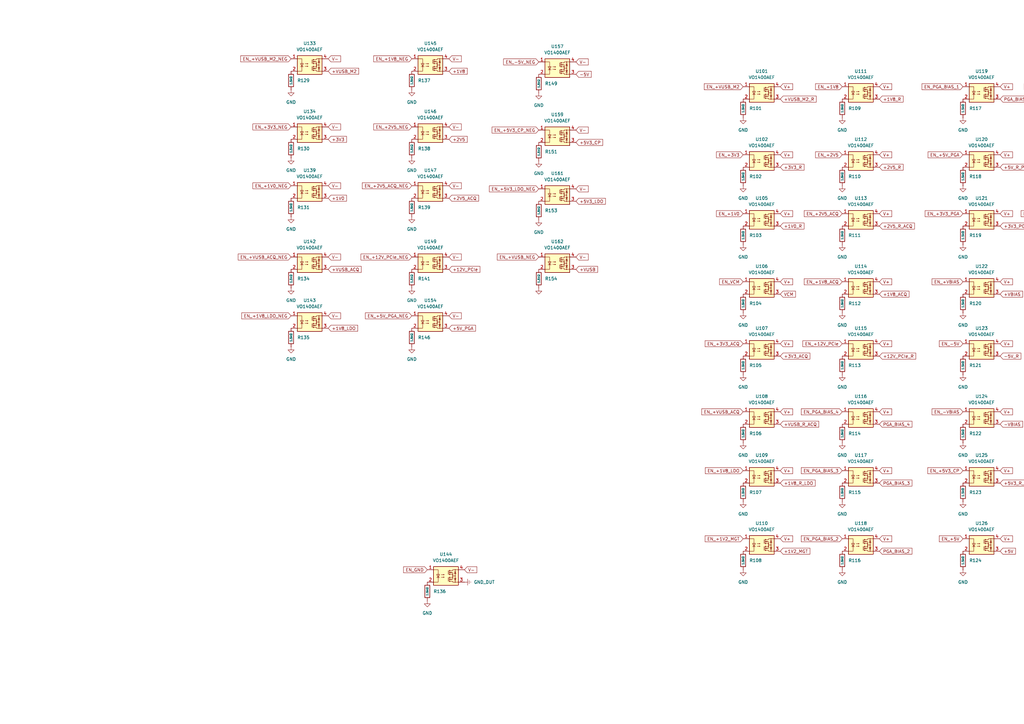
<source format=kicad_sch>
(kicad_sch (version 20250114) (generator "eeschema") (generator_version "9.0")
  (paper "A3")
  (global_label "EN_+1V2_MGT" (shape input) (at 304.8 220.98 180) (property "Intersheetrefs" "${INTERSHEET_REFS}" (effects (hide yes))))
  (global_label "EN_+VUSB_ACQ" (shape input) (at 304.8 168.91 180) (property "Intersheetrefs" "${INTERSHEET_REFS}" (effects (hide yes))))
  (global_label "V-" (shape input) (at 236.22 53.34 0) (property "Intersheetrefs" "${INTERSHEET_REFS}" (effects (hide yes))))
  (global_label "-VBIAS" (shape input) (at 410.21 173.99 0) (property "Intersheetrefs" "${INTERSHEET_REFS}" (effects (hide yes))))
  (global_label "EN_+5V" (shape input) (at 394.97 220.98 180) (property "Intersheetrefs" "${INTERSHEET_REFS}" (effects (hide yes))))
  (global_label "EN_PGA_BIAS_3" (shape input) (at 345.44 193.04 180) (property "Intersheetrefs" "${INTERSHEET_REFS}" (effects (hide yes))))
  (global_label "EN_+VUSB_ACQ_NEG" (shape input) (at 119.38 105.41 180) (property "Intersheetrefs" "${INTERSHEET_REFS}" (effects (hide yes))))
  (global_label "V+" (shape input) (at 360.68 140.97 0) (property "Intersheetrefs" "${INTERSHEET_REFS}" (effects (hide yes))))
  (global_label "V+" (shape input) (at 450.85 35.56 0) (property "Intersheetrefs" "${INTERSHEET_REFS}" (effects (hide yes))))
  (global_label "EN_+2V5" (shape input) (at 345.44 63.5 180) (property "Intersheetrefs" "${INTERSHEET_REFS}" (effects (hide yes))))
  (global_label "+1V8_R" (shape input) (at 360.68 40.64 0) (property "Intersheetrefs" "${INTERSHEET_REFS}" (effects (hide yes))))
  (global_label "EN_+1V8_ACQ" (shape input) (at 345.44 115.57 180) (property "Intersheetrefs" "${INTERSHEET_REFS}" (effects (hide yes))))
  (global_label "V-" (shape input) (at 190.5 233.68 0) (property "Intersheetrefs" "${INTERSHEET_REFS}" (effects (hide yes))))
  (global_label "EN_+1V0" (shape input) (at 304.8 87.63 180) (property "Intersheetrefs" "${INTERSHEET_REFS}" (effects (hide yes))))
  (global_label "V+" (shape input) (at 360.68 115.57 0) (property "Intersheetrefs" "${INTERSHEET_REFS}" (effects (hide yes))))
  (global_label "V+" (shape input) (at 450.85 63.5 0) (property "Intersheetrefs" "${INTERSHEET_REFS}" (effects (hide yes))))
  (global_label "V+" (shape input) (at 410.21 193.04 0) (property "Intersheetrefs" "${INTERSHEET_REFS}" (effects (hide yes))))
  (global_label "+12V_PCIe" (shape input) (at 184.15 110.49 0) (property "Intersheetrefs" "${INTERSHEET_REFS}" (effects (hide yes))))
  (global_label "V+" (shape input) (at 360.68 87.63 0) (property "Intersheetrefs" "${INTERSHEET_REFS}" (effects (hide yes))))
  (global_label "V+" (shape input) (at 450.85 87.63 0) (property "Intersheetrefs" "${INTERSHEET_REFS}" (effects (hide yes))))
  (global_label "V+" (shape input) (at 360.68 168.91 0) (property "Intersheetrefs" "${INTERSHEET_REFS}" (effects (hide yes))))
  (global_label "EN_-VBIAS" (shape input) (at 394.97 168.91 180) (property "Intersheetrefs" "${INTERSHEET_REFS}" (effects (hide yes))))
  (global_label "EN_+5V3_LDO_NEG" (shape input) (at 220.98 77.47 180) (property "Intersheetrefs" "${INTERSHEET_REFS}" (effects (hide yes))))
  (global_label "V-" (shape input) (at 184.15 52.07 0) (property "Intersheetrefs" "${INTERSHEET_REFS}" (effects (hide yes))))
  (global_label "V+" (shape input) (at 320.04 220.98 0) (property "Intersheetrefs" "${INTERSHEET_REFS}" (effects (hide yes))))
  (global_label "+1V8_R_LDO" (shape input) (at 320.04 198.12 0) (property "Intersheetrefs" "${INTERSHEET_REFS}" (effects (hide yes))))
  (global_label "+3V3_ACQ" (shape input) (at 320.04 146.05 0) (property "Intersheetrefs" "${INTERSHEET_REFS}" (effects (hide yes))))
  (global_label "V-" (shape input) (at 134.62 24.13 0) (property "Intersheetrefs" "${INTERSHEET_REFS}" (effects (hide yes))))
  (global_label "EN_VCM" (shape input) (at 304.8 115.57 180) (property "Intersheetrefs" "${INTERSHEET_REFS}" (effects (hide yes))))
  (global_label "V+" (shape input) (at 410.21 168.91 0) (property "Intersheetrefs" "${INTERSHEET_REFS}" (effects (hide yes))))
  (global_label "+VUSB_R_ACQ" (shape input) (at 320.04 173.99 0) (property "Intersheetrefs" "${INTERSHEET_REFS}" (effects (hide yes))))
  (global_label "V+" (shape input) (at 320.04 87.63 0) (property "Intersheetrefs" "${INTERSHEET_REFS}" (effects (hide yes))))
  (global_label "EN_+VBIAS" (shape input) (at 394.97 115.57 180) (property "Intersheetrefs" "${INTERSHEET_REFS}" (effects (hide yes))))
  (global_label "V-" (shape input) (at 236.22 77.47 0) (property "Intersheetrefs" "${INTERSHEET_REFS}" (effects (hide yes))))
  (global_label "V+" (shape input) (at 320.04 63.5 0) (property "Intersheetrefs" "${INTERSHEET_REFS}" (effects (hide yes))))
  (global_label "EN_+5V3_CP_NEG" (shape input) (at 220.98 53.34 180) (property "Intersheetrefs" "${INTERSHEET_REFS}" (effects (hide yes))))
  (global_label "EN_+12V_PCIe" (shape input) (at 345.44 140.97 180) (property "Intersheetrefs" "${INTERSHEET_REFS}" (effects (hide yes))))
  (global_label "EN_+VUSB_NEG" (shape input) (at 220.98 105.41 180) (property "Intersheetrefs" "${INTERSHEET_REFS}" (effects (hide yes))))
  (global_label "V+" (shape input) (at 320.04 140.97 0) (property "Intersheetrefs" "${INTERSHEET_REFS}" (effects (hide yes))))
  (global_label "+2V5" (shape input) (at 184.15 57.15 0) (property "Intersheetrefs" "${INTERSHEET_REFS}" (effects (hide yes))))
  (global_label "+2V5_R" (shape input) (at 360.68 68.58 0) (property "Intersheetrefs" "${INTERSHEET_REFS}" (effects (hide yes))))
  (global_label "+2V5_R_ACQ" (shape input) (at 360.68 92.71 0) (property "Intersheetrefs" "${INTERSHEET_REFS}" (effects (hide yes))))
  (global_label "EN_+3V3" (shape input) (at 304.8 63.5 180) (property "Intersheetrefs" "${INTERSHEET_REFS}" (effects (hide yes))))
  (global_label "EN_GND" (shape input) (at 175.26 233.68 180) (property "Intersheetrefs" "${INTERSHEET_REFS}" (effects (hide yes))))
  (global_label "V-" (shape input) (at 184.15 105.41 0) (property "Intersheetrefs" "${INTERSHEET_REFS}" (effects (hide yes))))
  (global_label "PGA_BIAS_2" (shape input) (at 360.68 226.06 0) (property "Intersheetrefs" "${INTERSHEET_REFS}" (effects (hide yes))))
  (global_label "V+" (shape input) (at 320.04 35.56 0) (property "Intersheetrefs" "${INTERSHEET_REFS}" (effects (hide yes))))
  (global_label "PGA_BIAS_3" (shape input) (at 360.68 198.12 0) (property "Intersheetrefs" "${INTERSHEET_REFS}" (effects (hide yes))))
  (global_label "V+" (shape input) (at 410.21 63.5 0) (property "Intersheetrefs" "${INTERSHEET_REFS}" (effects (hide yes))))
  (global_label "EN_+2V5_NEG" (shape input) (at 168.91 52.07 180) (property "Intersheetrefs" "${INTERSHEET_REFS}" (effects (hide yes))))
  (global_label "+5V3_R_LDO" (shape input) (at 450.85 40.64 0) (property "Intersheetrefs" "${INTERSHEET_REFS}" (effects (hide yes))))
  (global_label "EN_-5V_NEG" (shape input) (at 220.98 25.4 180) (property "Intersheetrefs" "${INTERSHEET_REFS}" (effects (hide yes))))
  (global_label "EN_PGA_BIAS_4" (shape input) (at 345.44 168.91 180) (property "Intersheetrefs" "${INTERSHEET_REFS}" (effects (hide yes))))
  (global_label "V-" (shape input) (at 236.22 105.41 0) (property "Intersheetrefs" "${INTERSHEET_REFS}" (effects (hide yes))))
  (global_label "+VBIAS" (shape input) (at 410.21 120.65 0) (property "Intersheetrefs" "${INTERSHEET_REFS}" (effects (hide yes))))
  (global_label "EN_+1V8_NEG" (shape input) (at 168.91 24.13 180) (property "Intersheetrefs" "${INTERSHEET_REFS}" (effects (hide yes))))
  (global_label "EN_+5V3" (shape input) (at 435.61 115.57 180) (property "Intersheetrefs" "${INTERSHEET_REFS}" (effects (hide yes))))
  (global_label "EN_+VUSB_5V3" (shape input) (at 435.61 87.63 180) (property "Intersheetrefs" "${INTERSHEET_REFS}" (effects (hide yes))))
  (global_label "+3V3" (shape input) (at 134.62 57.15 0) (property "Intersheetrefs" "${INTERSHEET_REFS}" (effects (hide yes))))
  (global_label "V-" (shape input) (at 134.62 105.41 0) (property "Intersheetrefs" "${INTERSHEET_REFS}" (effects (hide yes))))
  (global_label "V+" (shape input) (at 320.04 168.91 0) (property "Intersheetrefs" "${INTERSHEET_REFS}" (effects (hide yes))))
  (global_label "+3V3_PGA" (shape input) (at 410.21 92.71 0) (property "Intersheetrefs" "${INTERSHEET_REFS}" (effects (hide yes))))
  (global_label "V+" (shape input) (at 360.68 220.98 0) (property "Intersheetrefs" "${INTERSHEET_REFS}" (effects (hide yes))))
  (global_label "EN_+VUSB_M2" (shape input) (at 304.8 35.56 180) (property "Intersheetrefs" "${INTERSHEET_REFS}" (effects (hide yes))))
  (global_label "+5V3_CP" (shape input) (at 236.22 58.42 0) (property "Intersheetrefs" "${INTERSHEET_REFS}" (effects (hide yes))))
  (global_label "+1V2_MGT" (shape input) (at 320.04 226.06 0) (property "Intersheetrefs" "${INTERSHEET_REFS}" (effects (hide yes))))
  (global_label "-5V_R" (shape input) (at 410.21 146.05 0) (property "Intersheetrefs" "${INTERSHEET_REFS}" (effects (hide yes))))
  (global_label "V+" (shape input) (at 360.68 35.56 0) (property "Intersheetrefs" "${INTERSHEET_REFS}" (effects (hide yes))))
  (global_label "V+" (shape input) (at 320.04 115.57 0) (property "Intersheetrefs" "${INTERSHEET_REFS}" (effects (hide yes))))
  (global_label "+5V" (shape input) (at 410.21 226.06 0) (property "Intersheetrefs" "${INTERSHEET_REFS}" (effects (hide yes))))
  (global_label "EN_+1V8_LDO_NEG" (shape input) (at 119.38 129.54 180) (property "Intersheetrefs" "${INTERSHEET_REFS}" (effects (hide yes))))
  (global_label "EN_+3V3_NEG" (shape input) (at 119.38 52.07 180) (property "Intersheetrefs" "${INTERSHEET_REFS}" (effects (hide yes))))
  (global_label "V-" (shape input) (at 236.22 25.4 0) (property "Intersheetrefs" "${INTERSHEET_REFS}" (effects (hide yes))))
  (global_label "V+" (shape input) (at 450.85 115.57 0) (property "Intersheetrefs" "${INTERSHEET_REFS}" (effects (hide yes))))
  (global_label "+3V3_R" (shape input) (at 320.04 68.58 0) (property "Intersheetrefs" "${INTERSHEET_REFS}" (effects (hide yes))))
  (global_label "EN_+VUSB_M2_NEG" (shape input) (at 119.38 24.13 180) (property "Intersheetrefs" "${INTERSHEET_REFS}" (effects (hide yes))))
  (global_label "PGA_BIAS_1" (shape input) (at 410.21 40.64 0) (property "Intersheetrefs" "${INTERSHEET_REFS}" (effects (hide yes))))
  (global_label "V-" (shape input) (at 184.15 129.54 0) (property "Intersheetrefs" "${INTERSHEET_REFS}" (effects (hide yes))))
  (global_label "PGA_BIAS_4" (shape input) (at 360.68 173.99 0) (property "Intersheetrefs" "${INTERSHEET_REFS}" (effects (hide yes))))
  (global_label "EN_+1V0_NEG" (shape input) (at 119.38 76.2 180) (property "Intersheetrefs" "${INTERSHEET_REFS}" (effects (hide yes))))
  (global_label "+5V_R_PGA" (shape input) (at 410.21 68.58 0) (property "Intersheetrefs" "${INTERSHEET_REFS}" (effects (hide yes))))
  (global_label "EN_+2V5_ACQ" (shape input) (at 345.44 87.63 180) (property "Intersheetrefs" "${INTERSHEET_REFS}" (effects (hide yes))))
  (global_label "+VUSB_5V3" (shape input) (at 450.85 92.71 0) (property "Intersheetrefs" "${INTERSHEET_REFS}" (effects (hide yes))))
  (global_label "+1V8" (shape input) (at 184.15 29.21 0) (property "Intersheetrefs" "${INTERSHEET_REFS}" (effects (hide yes))))
  (global_label "+5V3_R_CP" (shape input) (at 410.21 198.12 0) (property "Intersheetrefs" "${INTERSHEET_REFS}" (effects (hide yes))))
  (global_label "V-" (shape input) (at 134.62 129.54 0) (property "Intersheetrefs" "${INTERSHEET_REFS}" (effects (hide yes))))
  (global_label "V-" (shape input) (at 134.62 76.2 0) (property "Intersheetrefs" "${INTERSHEET_REFS}" (effects (hide yes))))
  (global_label "V+" (shape input) (at 410.21 35.56 0) (property "Intersheetrefs" "${INTERSHEET_REFS}" (effects (hide yes))))
  (global_label "+VUSB_M2" (shape input) (at 134.62 29.21 0) (property "Intersheetrefs" "${INTERSHEET_REFS}" (effects (hide yes))))
  (global_label "-5V" (shape input) (at 236.22 30.48 0) (property "Intersheetrefs" "${INTERSHEET_REFS}" (effects (hide yes))))
  (global_label "+1V0" (shape input) (at 134.62 81.28 0) (property "Intersheetrefs" "${INTERSHEET_REFS}" (effects (hide yes))))
  (global_label "+VUSB" (shape input) (at 236.22 110.49 0) (property "Intersheetrefs" "${INTERSHEET_REFS}" (effects (hide yes))))
  (global_label "V+" (shape input) (at 360.68 63.5 0) (property "Intersheetrefs" "${INTERSHEET_REFS}" (effects (hide yes))))
  (global_label "+2V5_ACQ" (shape input) (at 184.15 81.28 0) (property "Intersheetrefs" "${INTERSHEET_REFS}" (effects (hide yes))))
  (global_label "V+" (shape input) (at 360.68 193.04 0) (property "Intersheetrefs" "${INTERSHEET_REFS}" (effects (hide yes))))
  (global_label "+VUSB_M2_R" (shape input) (at 320.04 40.64 0) (property "Intersheetrefs" "${INTERSHEET_REFS}" (effects (hide yes))))
  (global_label "EN_+5V3_LDO" (shape input) (at 435.61 35.56 180) (property "Intersheetrefs" "${INTERSHEET_REFS}" (effects (hide yes))))
  (global_label "VCM" (shape input) (at 320.04 120.65 0) (property "Intersheetrefs" "${INTERSHEET_REFS}" (effects (hide yes))))
  (global_label "V+" (shape input) (at 410.21 140.97 0) (property "Intersheetrefs" "${INTERSHEET_REFS}" (effects (hide yes))))
  (global_label "V-" (shape input) (at 184.15 24.13 0) (property "Intersheetrefs" "${INTERSHEET_REFS}" (effects (hide yes))))
  (global_label "+12V_PCIe_R" (shape input) (at 360.68 146.05 0) (property "Intersheetrefs" "${INTERSHEET_REFS}" (effects (hide yes))))
  (global_label "EN_+3V3_ACQ" (shape input) (at 304.8 140.97 180) (property "Intersheetrefs" "${INTERSHEET_REFS}" (effects (hide yes))))
  (global_label "V-" (shape input) (at 134.62 52.07 0) (property "Intersheetrefs" "${INTERSHEET_REFS}" (effects (hide yes))))
  (global_label "V+" (shape input) (at 320.04 193.04 0) (property "Intersheetrefs" "${INTERSHEET_REFS}" (effects (hide yes))))
  (global_label "+1V8_LDO" (shape input) (at 134.62 134.62 0) (property "Intersheetrefs" "${INTERSHEET_REFS}" (effects (hide yes))))
  (global_label "EN_+12V_PCIe_NEG" (shape input) (at 168.91 105.41 180) (property "Intersheetrefs" "${INTERSHEET_REFS}" (effects (hide yes))))
  (global_label "EN_+3V3_PGA" (shape input) (at 394.97 87.63 180) (property "Intersheetrefs" "${INTERSHEET_REFS}" (effects (hide yes))))
  (global_label "EN_+5V_PGA_NEG" (shape input) (at 168.91 129.54 180) (property "Intersheetrefs" "${INTERSHEET_REFS}" (effects (hide yes))))
  (global_label "EN_PGA_BIAS_1" (shape input) (at 394.97 35.56 180) (property "Intersheetrefs" "${INTERSHEET_REFS}" (effects (hide yes))))
  (global_label "EN_+5V_PGA" (shape input) (at 394.97 63.5 180) (property "Intersheetrefs" "${INTERSHEET_REFS}" (effects (hide yes))))
  (global_label "EN_PGA_BIAS_2" (shape input) (at 345.44 220.98 180) (property "Intersheetrefs" "${INTERSHEET_REFS}" (effects (hide yes))))
  (global_label "+5V3_LDO" (shape input) (at 236.22 82.55 0) (property "Intersheetrefs" "${INTERSHEET_REFS}" (effects (hide yes))))
  (global_label "EN_+VUSB" (shape input) (at 435.61 63.5 180) (property "Intersheetrefs" "${INTERSHEET_REFS}" (effects (hide yes))))
  (global_label "V-" (shape input) (at 184.15 76.2 0) (property "Intersheetrefs" "${INTERSHEET_REFS}" (effects (hide yes))))
  (global_label "+VUSB_ACQ" (shape input) (at 134.62 110.49 0) (property "Intersheetrefs" "${INTERSHEET_REFS}" (effects (hide yes))))
  (global_label "EN_+2V5_ACQ_NEG" (shape input) (at 168.91 76.2 180) (property "Intersheetrefs" "${INTERSHEET_REFS}" (effects (hide yes))))
  (global_label "V+" (shape input) (at 410.21 87.63 0) (property "Intersheetrefs" "${INTERSHEET_REFS}" (effects (hide yes))))
  (global_label "EN_+5V3_CP" (shape input) (at 394.97 193.04 180) (property "Intersheetrefs" "${INTERSHEET_REFS}" (effects (hide yes))))
  (global_label "+5V_PGA" (shape input) (at 184.15 134.62 0) (property "Intersheetrefs" "${INTERSHEET_REFS}" (effects (hide yes))))
  (global_label "EN_+1V8_LDO" (shape input) (at 304.8 193.04 180) (property "Intersheetrefs" "${INTERSHEET_REFS}" (effects (hide yes))))
  (global_label "+5V3" (shape input) (at 450.85 120.65 0) (property "Intersheetrefs" "${INTERSHEET_REFS}" (effects (hide yes))))
  (global_label "EN_+1V8" (shape input) (at 345.44 35.56 180) (property "Intersheetrefs" "${INTERSHEET_REFS}" (effects (hide yes))))
  (global_label "+1V8_ACQ" (shape input) (at 360.68 120.65 0) (property "Intersheetrefs" "${INTERSHEET_REFS}" (effects (hide yes))))
  (global_label "+VUSB_R" (shape input) (at 450.85 68.58 0) (property "Intersheetrefs" "${INTERSHEET_REFS}" (effects (hide yes))))
  (global_label "V+" (shape input) (at 410.21 220.98 0) (property "Intersheetrefs" "${INTERSHEET_REFS}" (effects (hide yes))))
  (global_label "V+" (shape input) (at 410.21 115.57 0) (property "Intersheetrefs" "${INTERSHEET_REFS}" (effects (hide yes))))
  (global_label "+1V0_R" (shape input) (at 320.04 92.71 0) (property "Intersheetrefs" "${INTERSHEET_REFS}" (effects (hide yes))))
  (global_label "EN_-5V" (shape input) (at 394.97 140.97 180) (property "Intersheetrefs" "${INTERSHEET_REFS}" (effects (hide yes))))
  (symbol (lib_id "power:GND") (at 220.98 90.17 0) (unit 1)
    (property "Reference" "#PWR0200" (effects (hide yes)))
    (property "Value" "GND" (at 220.98 95.25 0))
    (property "Description" "Power symbol creates a global label with name \"GND\" , ground" (effects (hide yes)))
  )
  (symbol (lib_id "power:GND") (at 345.44 205.74 0) (unit 1)
    (property "Reference" "#PWR0129" (effects (hide yes)))
    (property "Value" "GND" (at 345.44 210.82 0))
    (property "Description" "Power symbol creates a global label with name \"GND\" , ground" (effects (hide yes)))
  )
  (symbol (lib_id "PCM_JLCPCB-Resistors:0402,1.5kΩ") (at 304.8 149.86 0) (unit 1)
    (property "Reference" "R105" (at 307.34 149.8599 0) (effects (justify left)))
    (property "Value" "1.5kΩ" (at 304.8 149.86 90) (effects (font (size 0.8 0.8))))
    (property "Footprint" "PCM_JLCPCB:R_0402" (effects (hide yes)))
    (property "Datasheet" "https://www.lcsc.com/datasheet/lcsc_datasheet_2206010045_UNI-ROYAL-Uniroyal-Elec-0402WGF1501TCE_C25867.pdf" (effects (hide yes)))
    (property "Description" "62.5mW Thick Film Resistors 50V ±100ppm/°C ±1% 1.5kΩ 0402 Chip Resistor - Surface Mount ROHS" (effects (hide yes)))
    (property "LCSC" "C25867" (effects (hide yes)))
    (property "Stock" "761798" (effects (hide yes)))
    (property "Price" "0.004USD" (effects (hide yes)))
    (property "Process" "SMT" (effects (hide yes)))
    (property "Minimum Qty" "20" (effects (hide yes)))
    (property "Attrition Qty" "10" (effects (hide yes)))
    (property "Class" "Basic Component" (effects (hide yes)))
    (property "Category" "Resistors,Chip Resistor - Surface Mount" (effects (hide yes)))
    (property "Manufacturer" "UNI-ROYAL(Uniroyal Elec)" (effects (hide yes)))
    (property "Part" "0402WGF1501TCE" (effects (hide yes)))
    (property "Resistance" "1.5kΩ" (effects (hide yes)))
    (property "Power(Watts)" "62.5mW" (effects (hide yes)))
    (property "Type" "Thick Film Resistors" (effects (hide yes)))
    (property "Overload Voltage (Max)" "50V" (effects (hide yes)))
    (property "Operating Temperature Range" "-55°C~+155°C" (effects (hide yes)))
    (property "Tolerance" "±1%" (effects (hide yes)))
    (property "Temperature Coefficient" "±100ppm/°C" (effects (hide yes)))
  )
  (symbol (lib_id "power:GND") (at 435.61 76.2 0) (unit 1)
    (property "Reference" "#PWR0140" (effects (hide yes)))
    (property "Value" "GND" (at 435.61 81.28 0))
    (property "Description" "Power symbol creates a global label with name \"GND\" , ground" (effects (hide yes)))
  )
  (symbol (lib_id "power:GND") (at 304.8 181.61 0) (unit 1)
    (property "Reference" "#PWR0120" (effects (hide yes)))
    (property "Value" "GND" (at 304.8 186.69 0))
    (property "Description" "Power symbol creates a global label with name \"GND\" , ground" (effects (hide yes)))
  )
  (symbol (lib_id "power:GND") (at 175.26 246.38 0) (unit 1)
    (property "Reference" "#PWR0183" (effects (hide yes)))
    (property "Value" "GND" (at 175.26 251.46 0))
    (property "Description" "Power symbol creates a global label with name \"GND\" , ground" (effects (hide yes)))
  )
  (symbol (lib_id "PCM_JLCPCB-Resistors:0402,1.5kΩ") (at 220.98 86.36 0) (unit 1)
    (property "Reference" "R153" (at 223.52 86.3599 0) (effects (justify left)))
    (property "Value" "1.5kΩ" (at 220.98 86.36 90) (effects (font (size 0.8 0.8))))
    (property "Footprint" "PCM_JLCPCB:R_0402" (effects (hide yes)))
    (property "Datasheet" "https://www.lcsc.com/datasheet/lcsc_datasheet_2206010045_UNI-ROYAL-Uniroyal-Elec-0402WGF1501TCE_C25867.pdf" (effects (hide yes)))
    (property "Description" "62.5mW Thick Film Resistors 50V ±100ppm/°C ±1% 1.5kΩ 0402 Chip Resistor - Surface Mount ROHS" (effects (hide yes)))
    (property "LCSC" "C25867" (effects (hide yes)))
    (property "Stock" "761798" (effects (hide yes)))
    (property "Price" "0.004USD" (effects (hide yes)))
    (property "Process" "SMT" (effects (hide yes)))
    (property "Minimum Qty" "20" (effects (hide yes)))
    (property "Attrition Qty" "10" (effects (hide yes)))
    (property "Class" "Basic Component" (effects (hide yes)))
    (property "Category" "Resistors,Chip Resistor - Surface Mount" (effects (hide yes)))
    (property "Manufacturer" "UNI-ROYAL(Uniroyal Elec)" (effects (hide yes)))
    (property "Part" "0402WGF1501TCE" (effects (hide yes)))
    (property "Resistance" "1.5kΩ" (effects (hide yes)))
    (property "Power(Watts)" "62.5mW" (effects (hide yes)))
    (property "Type" "Thick Film Resistors" (effects (hide yes)))
    (property "Overload Voltage (Max)" "50V" (effects (hide yes)))
    (property "Operating Temperature Range" "-55°C~+155°C" (effects (hide yes)))
    (property "Tolerance" "±1%" (effects (hide yes)))
    (property "Temperature Coefficient" "±100ppm/°C" (effects (hide yes)))
  )
  (symbol (lib_id "Relay_SolidState:CPC1017N") (at 443.23 38.1 0) (unit 1)
    (property "Reference" "U127" (at 443.23 29.21 0))
    (property "Value" "VO1400AEF" (at 443.23 31.75 0))
    (property "Footprint" "Package_SO:SOP-4_3.8x4.1mm_P2.54mm" (effects (hide yes)))
    (property "Datasheet" "https://www.vishay.com/docs/84724/vo1400aeftr.pdf" (effects (hide yes)))
    (property "Description" "VO1400AEF" (effects (hide yes)))
  )
  (symbol (lib_id "Relay_SolidState:CPC1017N") (at 402.59 90.17 0) (unit 1)
    (property "Reference" "U121" (at 402.59 81.28 0))
    (property "Value" "VO1400AEF" (at 402.59 83.82 0))
    (property "Footprint" "Package_SO:SOP-4_3.8x4.1mm_P2.54mm" (effects (hide yes)))
    (property "Datasheet" "https://www.vishay.com/docs/84724/vo1400aeftr.pdf" (effects (hide yes)))
    (property "Description" "VO1400AEF" (effects (hide yes)))
  )
  (symbol (lib_id "power:GND") (at 168.91 36.83 0) (unit 1)
    (property "Reference" "#PWR0184" (effects (hide yes)))
    (property "Value" "GND" (at 168.91 41.91 0))
    (property "Description" "Power symbol creates a global label with name \"GND\" , ground" (effects (hide yes)))
  )
  (symbol (lib_id "power:GND") (at 168.91 142.24 0) (unit 1)
    (property "Reference" "#PWR0193" (effects (hide yes)))
    (property "Value" "GND" (at 168.91 147.32 0))
    (property "Description" "Power symbol creates a global label with name \"GND\" , ground" (effects (hide yes)))
  )
  (symbol (lib_id "PCM_JLCPCB-Resistors:0402,1.5kΩ") (at 168.91 60.96 0) (unit 1)
    (property "Reference" "R138" (at 171.45 60.9599 0) (effects (justify left)))
    (property "Value" "1.5kΩ" (at 168.91 60.96 90) (effects (font (size 0.8 0.8))))
    (property "Footprint" "PCM_JLCPCB:R_0402" (effects (hide yes)))
    (property "Datasheet" "https://www.lcsc.com/datasheet/lcsc_datasheet_2206010045_UNI-ROYAL-Uniroyal-Elec-0402WGF1501TCE_C25867.pdf" (effects (hide yes)))
    (property "Description" "62.5mW Thick Film Resistors 50V ±100ppm/°C ±1% 1.5kΩ 0402 Chip Resistor - Surface Mount ROHS" (effects (hide yes)))
    (property "LCSC" "C25867" (effects (hide yes)))
    (property "Stock" "761798" (effects (hide yes)))
    (property "Price" "0.004USD" (effects (hide yes)))
    (property "Process" "SMT" (effects (hide yes)))
    (property "Minimum Qty" "20" (effects (hide yes)))
    (property "Attrition Qty" "10" (effects (hide yes)))
    (property "Class" "Basic Component" (effects (hide yes)))
    (property "Category" "Resistors,Chip Resistor - Surface Mount" (effects (hide yes)))
    (property "Manufacturer" "UNI-ROYAL(Uniroyal Elec)" (effects (hide yes)))
    (property "Part" "0402WGF1501TCE" (effects (hide yes)))
    (property "Resistance" "1.5kΩ" (effects (hide yes)))
    (property "Power(Watts)" "62.5mW" (effects (hide yes)))
    (property "Type" "Thick Film Resistors" (effects (hide yes)))
    (property "Overload Voltage (Max)" "50V" (effects (hide yes)))
    (property "Operating Temperature Range" "-55°C~+155°C" (effects (hide yes)))
    (property "Tolerance" "±1%" (effects (hide yes)))
    (property "Temperature Coefficient" "±100ppm/°C" (effects (hide yes)))
  )
  (symbol (lib_id "PCM_JLCPCB-Resistors:0402,1.5kΩ") (at 304.8 44.45 0) (unit 1)
    (property "Reference" "R101" (at 307.34 44.4499 0) (effects (justify left)))
    (property "Value" "1.5kΩ" (at 304.8 44.45 90) (effects (font (size 0.8 0.8))))
    (property "Footprint" "PCM_JLCPCB:R_0402" (effects (hide yes)))
    (property "Datasheet" "https://www.lcsc.com/datasheet/lcsc_datasheet_2206010045_UNI-ROYAL-Uniroyal-Elec-0402WGF1501TCE_C25867.pdf" (effects (hide yes)))
    (property "Description" "62.5mW Thick Film Resistors 50V ±100ppm/°C ±1% 1.5kΩ 0402 Chip Resistor - Surface Mount ROHS" (effects (hide yes)))
    (property "LCSC" "C25867" (effects (hide yes)))
    (property "Stock" "761798" (effects (hide yes)))
    (property "Price" "0.004USD" (effects (hide yes)))
    (property "Process" "SMT" (effects (hide yes)))
    (property "Minimum Qty" "20" (effects (hide yes)))
    (property "Attrition Qty" "10" (effects (hide yes)))
    (property "Class" "Basic Component" (effects (hide yes)))
    (property "Category" "Resistors,Chip Resistor - Surface Mount" (effects (hide yes)))
    (property "Manufacturer" "UNI-ROYAL(Uniroyal Elec)" (effects (hide yes)))
    (property "Part" "0402WGF1501TCE" (effects (hide yes)))
    (property "Resistance" "1.5kΩ" (effects (hide yes)))
    (property "Power(Watts)" "62.5mW" (effects (hide yes)))
    (property "Type" "Thick Film Resistors" (effects (hide yes)))
    (property "Overload Voltage (Max)" "50V" (effects (hide yes)))
    (property "Operating Temperature Range" "-55°C~+155°C" (effects (hide yes)))
    (property "Tolerance" "±1%" (effects (hide yes)))
    (property "Temperature Coefficient" "±100ppm/°C" (effects (hide yes)))
  )
  (symbol (lib_id "Relay_SolidState:CPC1017N") (at 402.59 143.51 0) (unit 1)
    (property "Reference" "U123" (at 402.59 134.62 0))
    (property "Value" "VO1400AEF" (at 402.59 137.16 0))
    (property "Footprint" "Package_SO:SOP-4_3.8x4.1mm_P2.54mm" (effects (hide yes)))
    (property "Datasheet" "https://www.vishay.com/docs/84724/vo1400aeftr.pdf" (effects (hide yes)))
    (property "Description" "VO1400AEF" (effects (hide yes)))
  )
  (symbol (lib_id "power:GND") (at 345.44 128.27 0) (unit 1)
    (property "Reference" "#PWR0126" (effects (hide yes)))
    (property "Value" "GND" (at 345.44 133.35 0))
    (property "Description" "Power symbol creates a global label with name \"GND\" , ground" (effects (hide yes)))
  )
  (symbol (lib_id "power:GND") (at 304.8 233.68 0) (unit 1)
    (property "Reference" "#PWR0122" (effects (hide yes)))
    (property "Value" "GND" (at 304.8 238.76 0))
    (property "Description" "Power symbol creates a global label with name \"GND\" , ground" (effects (hide yes)))
  )
  (symbol (lib_id "power:GND") (at 345.44 76.2 0) (unit 1)
    (property "Reference" "#PWR0124" (effects (hide yes)))
    (property "Value" "GND" (at 345.44 81.28 0))
    (property "Description" "Power symbol creates a global label with name \"GND\" , ground" (effects (hide yes)))
  )
  (symbol (lib_id "Relay_SolidState:CPC1017N") (at 176.53 132.08 0) (unit 1)
    (property "Reference" "U154" (at 176.53 123.19 0))
    (property "Value" "VO1400AEF" (at 176.53 125.73 0))
    (property "Footprint" "Package_SO:SOP-4_3.8x4.1mm_P2.54mm" (effects (hide yes)))
    (property "Datasheet" "https://www.vishay.com/docs/84724/vo1400aeftr.pdf" (effects (hide yes)))
    (property "Description" "VO1400AEF" (effects (hide yes)))
  )
  (symbol (lib_id "power:GND") (at 394.97 48.26 0) (unit 1)
    (property "Reference" "#PWR0131" (effects (hide yes)))
    (property "Value" "GND" (at 394.97 53.34 0))
    (property "Description" "Power symbol creates a global label with name \"GND\" , ground" (effects (hide yes)))
  )
  (symbol (lib_id "PCM_JLCPCB-Resistors:0402,1.5kΩ") (at 119.38 60.96 0) (unit 1)
    (property "Reference" "R130" (at 121.92 60.9599 0) (effects (justify left)))
    (property "Value" "1.5kΩ" (at 119.38 60.96 90) (effects (font (size 0.8 0.8))))
    (property "Footprint" "PCM_JLCPCB:R_0402" (effects (hide yes)))
    (property "Datasheet" "https://www.lcsc.com/datasheet/lcsc_datasheet_2206010045_UNI-ROYAL-Uniroyal-Elec-0402WGF1501TCE_C25867.pdf" (effects (hide yes)))
    (property "Description" "62.5mW Thick Film Resistors 50V ±100ppm/°C ±1% 1.5kΩ 0402 Chip Resistor - Surface Mount ROHS" (effects (hide yes)))
    (property "LCSC" "C25867" (effects (hide yes)))
    (property "Stock" "761798" (effects (hide yes)))
    (property "Price" "0.004USD" (effects (hide yes)))
    (property "Process" "SMT" (effects (hide yes)))
    (property "Minimum Qty" "20" (effects (hide yes)))
    (property "Attrition Qty" "10" (effects (hide yes)))
    (property "Class" "Basic Component" (effects (hide yes)))
    (property "Category" "Resistors,Chip Resistor - Surface Mount" (effects (hide yes)))
    (property "Manufacturer" "UNI-ROYAL(Uniroyal Elec)" (effects (hide yes)))
    (property "Part" "0402WGF1501TCE" (effects (hide yes)))
    (property "Resistance" "1.5kΩ" (effects (hide yes)))
    (property "Power(Watts)" "62.5mW" (effects (hide yes)))
    (property "Type" "Thick Film Resistors" (effects (hide yes)))
    (property "Overload Voltage (Max)" "50V" (effects (hide yes)))
    (property "Operating Temperature Range" "-55°C~+155°C" (effects (hide yes)))
    (property "Tolerance" "±1%" (effects (hide yes)))
    (property "Temperature Coefficient" "±100ppm/°C" (effects (hide yes)))
  )
  (symbol (lib_id "PCM_JLCPCB-Resistors:0402,1.5kΩ") (at 345.44 124.46 0) (unit 1)
    (property "Reference" "R112" (at 347.98 124.4599 0) (effects (justify left)))
    (property "Value" "1.5kΩ" (at 345.44 124.46 90) (effects (font (size 0.8 0.8))))
    (property "Footprint" "PCM_JLCPCB:R_0402" (effects (hide yes)))
    (property "Datasheet" "https://www.lcsc.com/datasheet/lcsc_datasheet_2206010045_UNI-ROYAL-Uniroyal-Elec-0402WGF1501TCE_C25867.pdf" (effects (hide yes)))
    (property "Description" "62.5mW Thick Film Resistors 50V ±100ppm/°C ±1% 1.5kΩ 0402 Chip Resistor - Surface Mount ROHS" (effects (hide yes)))
    (property "LCSC" "C25867" (effects (hide yes)))
    (property "Stock" "761798" (effects (hide yes)))
    (property "Price" "0.004USD" (effects (hide yes)))
    (property "Process" "SMT" (effects (hide yes)))
    (property "Minimum Qty" "20" (effects (hide yes)))
    (property "Attrition Qty" "10" (effects (hide yes)))
    (property "Class" "Basic Component" (effects (hide yes)))
    (property "Category" "Resistors,Chip Resistor - Surface Mount" (effects (hide yes)))
    (property "Manufacturer" "UNI-ROYAL(Uniroyal Elec)" (effects (hide yes)))
    (property "Part" "0402WGF1501TCE" (effects (hide yes)))
    (property "Resistance" "1.5kΩ" (effects (hide yes)))
    (property "Power(Watts)" "62.5mW" (effects (hide yes)))
    (property "Type" "Thick Film Resistors" (effects (hide yes)))
    (property "Overload Voltage (Max)" "50V" (effects (hide yes)))
    (property "Operating Temperature Range" "-55°C~+155°C" (effects (hide yes)))
    (property "Tolerance" "±1%" (effects (hide yes)))
    (property "Temperature Coefficient" "±100ppm/°C" (effects (hide yes)))
  )
  (symbol (lib_id "power:GND") (at 220.98 118.11 0) (unit 1)
    (property "Reference" "#PWR0201" (effects (hide yes)))
    (property "Value" "GND" (effects (hide yes)))
    (property "Description" "Power symbol creates a global label with name \"GND\" , ground" (effects (hide yes)))
  )
  (symbol (lib_id "power:GND") (at 435.61 128.27 0) (unit 1)
    (property "Reference" "#PWR0142" (effects (hide yes)))
    (property "Value" "GND" (effects (hide yes)))
    (property "Description" "Power symbol creates a global label with name \"GND\" , ground" (effects (hide yes)))
  )
  (symbol (lib_id "Relay_SolidState:CPC1017N") (at 402.59 195.58 0) (unit 1)
    (property "Reference" "U125" (at 402.59 186.69 0))
    (property "Value" "VO1400AEF" (at 402.59 189.23 0))
    (property "Footprint" "Package_SO:SOP-4_3.8x4.1mm_P2.54mm" (effects (hide yes)))
    (property "Datasheet" "https://www.vishay.com/docs/84724/vo1400aeftr.pdf" (effects (hide yes)))
    (property "Description" "VO1400AEF" (effects (hide yes)))
  )
  (symbol (lib_id "power:Earth") (at 190.5 238.76 90) (unit 1)
    (property "Reference" "#PWR0212" (effects (hide yes)))
    (property "Value" "GND_DUT" (at 194.31 238.7599 90) (effects (justify right)))
    (property "Description" "Power symbol creates a global label with name \"Earth\"" (effects (hide yes)))
  )
  (symbol (lib_id "PCM_JLCPCB-Resistors:0402,1.5kΩ") (at 394.97 201.93 0) (unit 1)
    (property "Reference" "R123" (at 397.51 201.9299 0) (effects (justify left)))
    (property "Value" "1.5kΩ" (at 394.97 201.93 90) (effects (font (size 0.8 0.8))))
    (property "Footprint" "PCM_JLCPCB:R_0402" (effects (hide yes)))
    (property "Datasheet" "https://www.lcsc.com/datasheet/lcsc_datasheet_2206010045_UNI-ROYAL-Uniroyal-Elec-0402WGF1501TCE_C25867.pdf" (effects (hide yes)))
    (property "Description" "62.5mW Thick Film Resistors 50V ±100ppm/°C ±1% 1.5kΩ 0402 Chip Resistor - Surface Mount ROHS" (effects (hide yes)))
    (property "LCSC" "C25867" (effects (hide yes)))
    (property "Stock" "761798" (effects (hide yes)))
    (property "Price" "0.004USD" (effects (hide yes)))
    (property "Process" "SMT" (effects (hide yes)))
    (property "Minimum Qty" "20" (effects (hide yes)))
    (property "Attrition Qty" "10" (effects (hide yes)))
    (property "Class" "Basic Component" (effects (hide yes)))
    (property "Category" "Resistors,Chip Resistor - Surface Mount" (effects (hide yes)))
    (property "Manufacturer" "UNI-ROYAL(Uniroyal Elec)" (effects (hide yes)))
    (property "Part" "0402WGF1501TCE" (effects (hide yes)))
    (property "Resistance" "1.5kΩ" (effects (hide yes)))
    (property "Power(Watts)" "62.5mW" (effects (hide yes)))
    (property "Type" "Thick Film Resistors" (effects (hide yes)))
    (property "Overload Voltage (Max)" "50V" (effects (hide yes)))
    (property "Operating Temperature Range" "-55°C~+155°C" (effects (hide yes)))
    (property "Tolerance" "±1%" (effects (hide yes)))
    (property "Temperature Coefficient" "±100ppm/°C" (effects (hide yes)))
  )
  (symbol (lib_id "PCM_JLCPCB-Resistors:0402,1.5kΩ") (at 168.91 138.43 0) (unit 1)
    (property "Reference" "R146" (at 171.45 138.4299 0) (effects (justify left)))
    (property "Value" "1.5kΩ" (at 168.91 138.43 90) (effects (font (size 0.8 0.8))))
    (property "Footprint" "PCM_JLCPCB:R_0402" (effects (hide yes)))
    (property "Datasheet" "https://www.lcsc.com/datasheet/lcsc_datasheet_2206010045_UNI-ROYAL-Uniroyal-Elec-0402WGF1501TCE_C25867.pdf" (effects (hide yes)))
    (property "Description" "62.5mW Thick Film Resistors 50V ±100ppm/°C ±1% 1.5kΩ 0402 Chip Resistor - Surface Mount ROHS" (effects (hide yes)))
    (property "LCSC" "C25867" (effects (hide yes)))
    (property "Stock" "761798" (effects (hide yes)))
    (property "Price" "0.004USD" (effects (hide yes)))
    (property "Process" "SMT" (effects (hide yes)))
    (property "Minimum Qty" "20" (effects (hide yes)))
    (property "Attrition Qty" "10" (effects (hide yes)))
    (property "Class" "Basic Component" (effects (hide yes)))
    (property "Category" "Resistors,Chip Resistor - Surface Mount" (effects (hide yes)))
    (property "Manufacturer" "UNI-ROYAL(Uniroyal Elec)" (effects (hide yes)))
    (property "Part" "0402WGF1501TCE" (effects (hide yes)))
    (property "Resistance" "1.5kΩ" (effects (hide yes)))
    (property "Power(Watts)" "62.5mW" (effects (hide yes)))
    (property "Type" "Thick Film Resistors" (effects (hide yes)))
    (property "Overload Voltage (Max)" "50V" (effects (hide yes)))
    (property "Operating Temperature Range" "-55°C~+155°C" (effects (hide yes)))
    (property "Tolerance" "±1%" (effects (hide yes)))
    (property "Temperature Coefficient" "±100ppm/°C" (effects (hide yes)))
  )
  (symbol (lib_id "PCM_JLCPCB-Resistors:0402,1.5kΩ") (at 345.44 72.39 0) (unit 1)
    (property "Reference" "R110" (at 347.98 72.3899 0) (effects (justify left)))
    (property "Value" "1.5kΩ" (at 345.44 72.39 90) (effects (font (size 0.8 0.8))))
    (property "Footprint" "PCM_JLCPCB:R_0402" (effects (hide yes)))
    (property "Datasheet" "https://www.lcsc.com/datasheet/lcsc_datasheet_2206010045_UNI-ROYAL-Uniroyal-Elec-0402WGF1501TCE_C25867.pdf" (effects (hide yes)))
    (property "Description" "62.5mW Thick Film Resistors 50V ±100ppm/°C ±1% 1.5kΩ 0402 Chip Resistor - Surface Mount ROHS" (effects (hide yes)))
    (property "LCSC" "C25867" (effects (hide yes)))
    (property "Stock" "761798" (effects (hide yes)))
    (property "Price" "0.004USD" (effects (hide yes)))
    (property "Process" "SMT" (effects (hide yes)))
    (property "Minimum Qty" "20" (effects (hide yes)))
    (property "Attrition Qty" "10" (effects (hide yes)))
    (property "Class" "Basic Component" (effects (hide yes)))
    (property "Category" "Resistors,Chip Resistor - Surface Mount" (effects (hide yes)))
    (property "Manufacturer" "UNI-ROYAL(Uniroyal Elec)" (effects (hide yes)))
    (property "Part" "0402WGF1501TCE" (effects (hide yes)))
    (property "Resistance" "1.5kΩ" (effects (hide yes)))
    (property "Power(Watts)" "62.5mW" (effects (hide yes)))
    (property "Type" "Thick Film Resistors" (effects (hide yes)))
    (property "Overload Voltage (Max)" "50V" (effects (hide yes)))
    (property "Operating Temperature Range" "-55°C~+155°C" (effects (hide yes)))
    (property "Tolerance" "±1%" (effects (hide yes)))
    (property "Temperature Coefficient" "±100ppm/°C" (effects (hide yes)))
  )
  (symbol (lib_id "PCM_JLCPCB-Resistors:0402,1.5kΩ") (at 394.97 96.52 0) (unit 1)
    (property "Reference" "R119" (at 397.51 96.5199 0) (effects (justify left)))
    (property "Value" "1.5kΩ" (at 394.97 96.52 90) (effects (font (size 0.8 0.8))))
    (property "Footprint" "PCM_JLCPCB:R_0402" (effects (hide yes)))
    (property "Datasheet" "https://www.lcsc.com/datasheet/lcsc_datasheet_2206010045_UNI-ROYAL-Uniroyal-Elec-0402WGF1501TCE_C25867.pdf" (effects (hide yes)))
    (property "Description" "62.5mW Thick Film Resistors 50V ±100ppm/°C ±1% 1.5kΩ 0402 Chip Resistor - Surface Mount ROHS" (effects (hide yes)))
    (property "LCSC" "C25867" (effects (hide yes)))
    (property "Stock" "761798" (effects (hide yes)))
    (property "Price" "0.004USD" (effects (hide yes)))
    (property "Process" "SMT" (effects (hide yes)))
    (property "Minimum Qty" "20" (effects (hide yes)))
    (property "Attrition Qty" "10" (effects (hide yes)))
    (property "Class" "Basic Component" (effects (hide yes)))
    (property "Category" "Resistors,Chip Resistor - Surface Mount" (effects (hide yes)))
    (property "Manufacturer" "UNI-ROYAL(Uniroyal Elec)" (effects (hide yes)))
    (property "Part" "0402WGF1501TCE" (effects (hide yes)))
    (property "Resistance" "1.5kΩ" (effects (hide yes)))
    (property "Power(Watts)" "62.5mW" (effects (hide yes)))
    (property "Type" "Thick Film Resistors" (effects (hide yes)))
    (property "Overload Voltage (Max)" "50V" (effects (hide yes)))
    (property "Operating Temperature Range" "-55°C~+155°C" (effects (hide yes)))
    (property "Tolerance" "±1%" (effects (hide yes)))
    (property "Temperature Coefficient" "±100ppm/°C" (effects (hide yes)))
  )
  (symbol (lib_id "power:GND") (at 119.38 64.77 0) (unit 1)
    (property "Reference" "#PWR0177" (effects (hide yes)))
    (property "Value" "GND" (at 119.38 69.85 0))
    (property "Description" "Power symbol creates a global label with name \"GND\" , ground" (effects (hide yes)))
  )
  (symbol (lib_id "Relay_SolidState:CPC1017N") (at 228.6 55.88 0) (unit 1)
    (property "Reference" "U159" (at 228.6 46.99 0))
    (property "Value" "VO1400AEF" (at 228.6 49.53 0))
    (property "Footprint" "Package_SO:SOP-4_3.8x4.1mm_P2.54mm" (effects (hide yes)))
    (property "Datasheet" "https://www.vishay.com/docs/84724/vo1400aeftr.pdf" (effects (hide yes)))
    (property "Description" "VO1400AEF" (effects (hide yes)))
  )
  (symbol (lib_id "power:GND") (at 345.44 181.61 0) (unit 1)
    (property "Reference" "#PWR0128" (effects (hide yes)))
    (property "Value" "GND" (at 345.44 186.69 0))
    (property "Description" "Power symbol creates a global label with name \"GND\" , ground" (effects (hide yes)))
  )
  (symbol (lib_id "power:GND") (at 345.44 233.68 0) (unit 1)
    (property "Reference" "#PWR0130" (effects (hide yes)))
    (property "Value" "GND" (at 345.44 238.76 0))
    (property "Description" "Power symbol creates a global label with name \"GND\" , ground" (effects (hide yes)))
  )
  (symbol (lib_id "Relay_SolidState:CPC1017N") (at 312.42 118.11 0) (unit 1)
    (property "Reference" "U106" (at 312.42 109.22 0))
    (property "Value" "VO1400AEF" (at 312.42 111.76 0))
    (property "Footprint" "Package_SO:SOP-4_3.8x4.1mm_P2.54mm" (effects (hide yes)))
    (property "Datasheet" "https://www.vishay.com/docs/84724/vo1400aeftr.pdf" (effects (hide yes)))
    (property "Description" "VO1400AEF" (effects (hide yes)))
  )
  (symbol (lib_id "PCM_JLCPCB-Resistors:0402,1.5kΩ") (at 168.91 114.3 0) (unit 1)
    (property "Reference" "R141" (at 171.45 114.2999 0) (effects (justify left)))
    (property "Value" "1.5kΩ" (at 168.91 114.3 90) (effects (font (size 0.8 0.8))))
    (property "Footprint" "PCM_JLCPCB:R_0402" (effects (hide yes)))
    (property "Datasheet" "https://www.lcsc.com/datasheet/lcsc_datasheet_2206010045_UNI-ROYAL-Uniroyal-Elec-0402WGF1501TCE_C25867.pdf" (effects (hide yes)))
    (property "Description" "62.5mW Thick Film Resistors 50V ±100ppm/°C ±1% 1.5kΩ 0402 Chip Resistor - Surface Mount ROHS" (effects (hide yes)))
    (property "LCSC" "C25867" (effects (hide yes)))
    (property "Stock" "761798" (effects (hide yes)))
    (property "Price" "0.004USD" (effects (hide yes)))
    (property "Process" "SMT" (effects (hide yes)))
    (property "Minimum Qty" "20" (effects (hide yes)))
    (property "Attrition Qty" "10" (effects (hide yes)))
    (property "Class" "Basic Component" (effects (hide yes)))
    (property "Category" "Resistors,Chip Resistor - Surface Mount" (effects (hide yes)))
    (property "Manufacturer" "UNI-ROYAL(Uniroyal Elec)" (effects (hide yes)))
    (property "Part" "0402WGF1501TCE" (effects (hide yes)))
    (property "Resistance" "1.5kΩ" (effects (hide yes)))
    (property "Power(Watts)" "62.5mW" (effects (hide yes)))
    (property "Type" "Thick Film Resistors" (effects (hide yes)))
    (property "Overload Voltage (Max)" "50V" (effects (hide yes)))
    (property "Operating Temperature Range" "-55°C~+155°C" (effects (hide yes)))
    (property "Tolerance" "±1%" (effects (hide yes)))
    (property "Temperature Coefficient" "±100ppm/°C" (effects (hide yes)))
  )
  (symbol (lib_id "Relay_SolidState:CPC1017N") (at 402.59 223.52 0) (unit 1)
    (property "Reference" "U126" (at 402.59 214.63 0))
    (property "Value" "VO1400AEF" (at 402.59 217.17 0))
    (property "Footprint" "Package_SO:SOP-4_3.8x4.1mm_P2.54mm" (effects (hide yes)))
    (property "Datasheet" "https://www.vishay.com/docs/84724/vo1400aeftr.pdf" (effects (hide yes)))
    (property "Description" "VO1400AEF" (effects (hide yes)))
  )
  (symbol (lib_id "power:GND") (at 345.44 153.67 0) (unit 1)
    (property "Reference" "#PWR0127" (effects (hide yes)))
    (property "Value" "GND" (at 345.44 158.75 0))
    (property "Description" "Power symbol creates a global label with name \"GND\" , ground" (effects (hide yes)))
  )
  (symbol (lib_id "PCM_JLCPCB-Resistors:0402,1.5kΩ") (at 175.26 242.57 0) (unit 1)
    (property "Reference" "R136" (at 177.8 242.5699 0) (effects (justify left)))
    (property "Value" "1.5kΩ" (at 175.26 242.57 90) (effects (font (size 0.8 0.8))))
    (property "Footprint" "PCM_JLCPCB:R_0402" (effects (hide yes)))
    (property "Datasheet" "https://www.lcsc.com/datasheet/lcsc_datasheet_2206010045_UNI-ROYAL-Uniroyal-Elec-0402WGF1501TCE_C25867.pdf" (effects (hide yes)))
    (property "Description" "62.5mW Thick Film Resistors 50V ±100ppm/°C ±1% 1.5kΩ 0402 Chip Resistor - Surface Mount ROHS" (effects (hide yes)))
    (property "LCSC" "C25867" (effects (hide yes)))
    (property "Stock" "761798" (effects (hide yes)))
    (property "Price" "0.004USD" (effects (hide yes)))
    (property "Process" "SMT" (effects (hide yes)))
    (property "Minimum Qty" "20" (effects (hide yes)))
    (property "Attrition Qty" "10" (effects (hide yes)))
    (property "Class" "Basic Component" (effects (hide yes)))
    (property "Category" "Resistors,Chip Resistor - Surface Mount" (effects (hide yes)))
    (property "Manufacturer" "UNI-ROYAL(Uniroyal Elec)" (effects (hide yes)))
    (property "Part" "0402WGF1501TCE" (effects (hide yes)))
    (property "Resistance" "1.5kΩ" (effects (hide yes)))
    (property "Power(Watts)" "62.5mW" (effects (hide yes)))
    (property "Type" "Thick Film Resistors" (effects (hide yes)))
    (property "Overload Voltage (Max)" "50V" (effects (hide yes)))
    (property "Operating Temperature Range" "-55°C~+155°C" (effects (hide yes)))
    (property "Tolerance" "±1%" (effects (hide yes)))
    (property "Temperature Coefficient" "±100ppm/°C" (effects (hide yes)))
  )
  (symbol (lib_id "Relay_SolidState:CPC1017N") (at 353.06 171.45 0) (unit 1)
    (property "Reference" "U116" (at 353.06 162.56 0))
    (property "Value" "VO1400AEF" (at 353.06 165.1 0))
    (property "Footprint" "Package_SO:SOP-4_3.8x4.1mm_P2.54mm" (effects (hide yes)))
    (property "Datasheet" "https://www.vishay.com/docs/84724/vo1400aeftr.pdf" (effects (hide yes)))
    (property "Description" "VO1400AEF" (effects (hide yes)))
  )
  (symbol (lib_id "power:GND") (at 394.97 181.61 0) (unit 1)
    (property "Reference" "#PWR0136" (effects (hide yes)))
    (property "Value" "GND" (at 394.97 186.69 0))
    (property "Description" "Power symbol creates a global label with name \"GND\" , ground" (effects (hide yes)))
  )
  (symbol (lib_id "power:GND") (at 394.97 76.2 0) (unit 1)
    (property "Reference" "#PWR0132" (effects (hide yes)))
    (property "Value" "GND" (at 394.97 81.28 0))
    (property "Description" "Power symbol creates a global label with name \"GND\" , ground" (effects (hide yes)))
  )
  (symbol (lib_id "Relay_SolidState:CPC1017N") (at 312.42 66.04 0) (unit 1)
    (property "Reference" "U102" (at 312.42 57.15 0))
    (property "Value" "VO1400AEF" (at 312.42 59.69 0))
    (property "Footprint" "Package_SO:SOP-4_3.8x4.1mm_P2.54mm" (effects (hide yes)))
    (property "Datasheet" "https://www.vishay.com/docs/84724/vo1400aeftr.pdf" (effects (hide yes)))
    (property "Description" "VO1400AEF" (effects (hide yes)))
  )
  (symbol (lib_id "Relay_SolidState:CPC1017N") (at 353.06 143.51 0) (unit 1)
    (property "Reference" "U115" (at 353.06 134.62 0))
    (property "Value" "VO1400AEF" (at 353.06 137.16 0))
    (property "Footprint" "Package_SO:SOP-4_3.8x4.1mm_P2.54mm" (effects (hide yes)))
    (property "Datasheet" "https://www.vishay.com/docs/84724/vo1400aeftr.pdf" (effects (hide yes)))
    (property "Description" "VO1400AEF" (effects (hide yes)))
  )
  (symbol (lib_id "PCM_JLCPCB-Resistors:0402,1.5kΩ") (at 304.8 177.8 0) (unit 1)
    (property "Reference" "R106" (at 307.34 177.7999 0) (effects (justify left)))
    (property "Value" "1.5kΩ" (at 304.8 177.8 90) (effects (font (size 0.8 0.8))))
    (property "Footprint" "PCM_JLCPCB:R_0402" (effects (hide yes)))
    (property "Datasheet" "https://www.lcsc.com/datasheet/lcsc_datasheet_2206010045_UNI-ROYAL-Uniroyal-Elec-0402WGF1501TCE_C25867.pdf" (effects (hide yes)))
    (property "Description" "62.5mW Thick Film Resistors 50V ±100ppm/°C ±1% 1.5kΩ 0402 Chip Resistor - Surface Mount ROHS" (effects (hide yes)))
    (property "LCSC" "C25867" (effects (hide yes)))
    (property "Stock" "761798" (effects (hide yes)))
    (property "Price" "0.004USD" (effects (hide yes)))
    (property "Process" "SMT" (effects (hide yes)))
    (property "Minimum Qty" "20" (effects (hide yes)))
    (property "Attrition Qty" "10" (effects (hide yes)))
    (property "Class" "Basic Component" (effects (hide yes)))
    (property "Category" "Resistors,Chip Resistor - Surface Mount" (effects (hide yes)))
    (property "Manufacturer" "UNI-ROYAL(Uniroyal Elec)" (effects (hide yes)))
    (property "Part" "0402WGF1501TCE" (effects (hide yes)))
    (property "Resistance" "1.5kΩ" (effects (hide yes)))
    (property "Power(Watts)" "62.5mW" (effects (hide yes)))
    (property "Type" "Thick Film Resistors" (effects (hide yes)))
    (property "Overload Voltage (Max)" "50V" (effects (hide yes)))
    (property "Operating Temperature Range" "-55°C~+155°C" (effects (hide yes)))
    (property "Tolerance" "±1%" (effects (hide yes)))
    (property "Temperature Coefficient" "±100ppm/°C" (effects (hide yes)))
  )
  (symbol (lib_id "Relay_SolidState:CPC1017N") (at 176.53 26.67 0) (unit 1)
    (property "Reference" "U145" (at 176.53 17.78 0))
    (property "Value" "VO1400AEF" (at 176.53 20.32 0))
    (property "Footprint" "Package_SO:SOP-4_3.8x4.1mm_P2.54mm" (effects (hide yes)))
    (property "Datasheet" "https://www.vishay.com/docs/84724/vo1400aeftr.pdf" (effects (hide yes)))
    (property "Description" "VO1400AEF" (effects (hide yes)))
  )
  (symbol (lib_id "Relay_SolidState:CPC1017N") (at 353.06 90.17 0) (unit 1)
    (property "Reference" "U113" (at 353.06 81.28 0))
    (property "Value" "VO1400AEF" (at 353.06 83.82 0))
    (property "Footprint" "Package_SO:SOP-4_3.8x4.1mm_P2.54mm" (effects (hide yes)))
    (property "Datasheet" "https://www.vishay.com/docs/84724/vo1400aeftr.pdf" (effects (hide yes)))
    (property "Description" "VO1400AEF" (effects (hide yes)))
  )
  (symbol (lib_id "power:GND") (at 304.8 100.33 0) (unit 1)
    (property "Reference" "#PWR0117" (effects (hide yes)))
    (property "Value" "GND" (at 304.8 105.41 0))
    (property "Description" "Power symbol creates a global label with name \"GND\" , ground" (effects (hide yes)))
  )
  (symbol (lib_id "Relay_SolidState:CPC1017N") (at 353.06 118.11 0) (unit 1)
    (property "Reference" "U114" (at 353.06 109.22 0))
    (property "Value" "VO1400AEF" (at 353.06 111.76 0))
    (property "Footprint" "Package_SO:SOP-4_3.8x4.1mm_P2.54mm" (effects (hide yes)))
    (property "Datasheet" "https://www.vishay.com/docs/84724/vo1400aeftr.pdf" (effects (hide yes)))
    (property "Description" "VO1400AEF" (effects (hide yes)))
  )
  (symbol (lib_id "PCM_JLCPCB-Resistors:0402,1.5kΩ") (at 220.98 114.3 0) (unit 1)
    (property "Reference" "R154" (at 223.52 114.2999 0) (effects (justify left)))
    (property "Value" "1.5kΩ" (at 220.98 114.3 90) (effects (font (size 0.8 0.8))))
    (property "Footprint" "PCM_JLCPCB:R_0402" (effects (hide yes)))
    (property "Datasheet" "https://www.lcsc.com/datasheet/lcsc_datasheet_2206010045_UNI-ROYAL-Uniroyal-Elec-0402WGF1501TCE_C25867.pdf" (effects (hide yes)))
    (property "Description" "62.5mW Thick Film Resistors 50V ±100ppm/°C ±1% 1.5kΩ 0402 Chip Resistor - Surface Mount ROHS" (effects (hide yes)))
    (property "LCSC" "C25867" (effects (hide yes)))
    (property "Stock" "761798" (effects (hide yes)))
    (property "Price" "0.004USD" (effects (hide yes)))
    (property "Process" "SMT" (effects (hide yes)))
    (property "Minimum Qty" "20" (effects (hide yes)))
    (property "Attrition Qty" "10" (effects (hide yes)))
    (property "Class" "Basic Component" (effects (hide yes)))
    (property "Category" "Resistors,Chip Resistor - Surface Mount" (effects (hide yes)))
    (property "Manufacturer" "UNI-ROYAL(Uniroyal Elec)" (effects (hide yes)))
    (property "Part" "0402WGF1501TCE" (effects (hide yes)))
    (property "Resistance" "1.5kΩ" (effects (hide yes)))
    (property "Power(Watts)" "62.5mW" (effects (hide yes)))
    (property "Type" "Thick Film Resistors" (effects (hide yes)))
    (property "Overload Voltage (Max)" "50V" (effects (hide yes)))
    (property "Operating Temperature Range" "-55°C~+155°C" (effects (hide yes)))
    (property "Tolerance" "±1%" (effects (hide yes)))
    (property "Temperature Coefficient" "±100ppm/°C" (effects (hide yes)))
  )
  (symbol (lib_id "Relay_SolidState:CPC1017N") (at 176.53 107.95 0) (unit 1)
    (property "Reference" "U149" (at 176.53 99.06 0))
    (property "Value" "VO1400AEF" (at 176.53 101.6 0))
    (property "Footprint" "Package_SO:SOP-4_3.8x4.1mm_P2.54mm" (effects (hide yes)))
    (property "Datasheet" "https://www.vishay.com/docs/84724/vo1400aeftr.pdf" (effects (hide yes)))
    (property "Description" "VO1400AEF" (effects (hide yes)))
  )
  (symbol (lib_id "PCM_JLCPCB-Resistors:0402,1.5kΩ") (at 435.61 72.39 0) (unit 1)
    (property "Reference" "R126" (at 438.15 72.3899 0) (effects (justify left)))
    (property "Value" "1.5kΩ" (at 435.61 72.39 90) (effects (font (size 0.8 0.8))))
    (property "Footprint" "PCM_JLCPCB:R_0402" (effects (hide yes)))
    (property "Datasheet" "https://www.lcsc.com/datasheet/lcsc_datasheet_2206010045_UNI-ROYAL-Uniroyal-Elec-0402WGF1501TCE_C25867.pdf" (effects (hide yes)))
    (property "Description" "62.5mW Thick Film Resistors 50V ±100ppm/°C ±1% 1.5kΩ 0402 Chip Resistor - Surface Mount ROHS" (effects (hide yes)))
    (property "LCSC" "C25867" (effects (hide yes)))
    (property "Stock" "761798" (effects (hide yes)))
    (property "Price" "0.004USD" (effects (hide yes)))
    (property "Process" "SMT" (effects (hide yes)))
    (property "Minimum Qty" "20" (effects (hide yes)))
    (property "Attrition Qty" "10" (effects (hide yes)))
    (property "Class" "Basic Component" (effects (hide yes)))
    (property "Category" "Resistors,Chip Resistor - Surface Mount" (effects (hide yes)))
    (property "Manufacturer" "UNI-ROYAL(Uniroyal Elec)" (effects (hide yes)))
    (property "Part" "0402WGF1501TCE" (effects (hide yes)))
    (property "Resistance" "1.5kΩ" (effects (hide yes)))
    (property "Power(Watts)" "62.5mW" (effects (hide yes)))
    (property "Type" "Thick Film Resistors" (effects (hide yes)))
    (property "Overload Voltage (Max)" "50V" (effects (hide yes)))
    (property "Operating Temperature Range" "-55°C~+155°C" (effects (hide yes)))
    (property "Tolerance" "±1%" (effects (hide yes)))
    (property "Temperature Coefficient" "±100ppm/°C" (effects (hide yes)))
  )
  (symbol (lib_id "PCM_JLCPCB-Resistors:0402,1.5kΩ") (at 119.38 114.3 0) (unit 1)
    (property "Reference" "R134" (at 121.92 114.2999 0) (effects (justify left)))
    (property "Value" "1.5kΩ" (at 119.38 114.3 90) (effects (font (size 0.8 0.8))))
    (property "Footprint" "PCM_JLCPCB:R_0402" (effects (hide yes)))
    (property "Datasheet" "https://www.lcsc.com/datasheet/lcsc_datasheet_2206010045_UNI-ROYAL-Uniroyal-Elec-0402WGF1501TCE_C25867.pdf" (effects (hide yes)))
    (property "Description" "62.5mW Thick Film Resistors 50V ±100ppm/°C ±1% 1.5kΩ 0402 Chip Resistor - Surface Mount ROHS" (effects (hide yes)))
    (property "LCSC" "C25867" (effects (hide yes)))
    (property "Stock" "761798" (effects (hide yes)))
    (property "Price" "0.004USD" (effects (hide yes)))
    (property "Process" "SMT" (effects (hide yes)))
    (property "Minimum Qty" "20" (effects (hide yes)))
    (property "Attrition Qty" "10" (effects (hide yes)))
    (property "Class" "Basic Component" (effects (hide yes)))
    (property "Category" "Resistors,Chip Resistor - Surface Mount" (effects (hide yes)))
    (property "Manufacturer" "UNI-ROYAL(Uniroyal Elec)" (effects (hide yes)))
    (property "Part" "0402WGF1501TCE" (effects (hide yes)))
    (property "Resistance" "1.5kΩ" (effects (hide yes)))
    (property "Power(Watts)" "62.5mW" (effects (hide yes)))
    (property "Type" "Thick Film Resistors" (effects (hide yes)))
    (property "Overload Voltage (Max)" "50V" (effects (hide yes)))
    (property "Operating Temperature Range" "-55°C~+155°C" (effects (hide yes)))
    (property "Tolerance" "±1%" (effects (hide yes)))
    (property "Temperature Coefficient" "±100ppm/°C" (effects (hide yes)))
  )
  (symbol (lib_id "PCM_JLCPCB-Resistors:0402,1.5kΩ") (at 304.8 124.46 0) (unit 1)
    (property "Reference" "R104" (at 307.34 124.4599 0) (effects (justify left)))
    (property "Value" "1.5kΩ" (at 304.8 124.46 90) (effects (font (size 0.8 0.8))))
    (property "Footprint" "PCM_JLCPCB:R_0402" (effects (hide yes)))
    (property "Datasheet" "https://www.lcsc.com/datasheet/lcsc_datasheet_2206010045_UNI-ROYAL-Uniroyal-Elec-0402WGF1501TCE_C25867.pdf" (effects (hide yes)))
    (property "Description" "62.5mW Thick Film Resistors 50V ±100ppm/°C ±1% 1.5kΩ 0402 Chip Resistor - Surface Mount ROHS" (effects (hide yes)))
    (property "LCSC" "C25867" (effects (hide yes)))
    (property "Stock" "761798" (effects (hide yes)))
    (property "Price" "0.004USD" (effects (hide yes)))
    (property "Process" "SMT" (effects (hide yes)))
    (property "Minimum Qty" "20" (effects (hide yes)))
    (property "Attrition Qty" "10" (effects (hide yes)))
    (property "Class" "Basic Component" (effects (hide yes)))
    (property "Category" "Resistors,Chip Resistor - Surface Mount" (effects (hide yes)))
    (property "Manufacturer" "UNI-ROYAL(Uniroyal Elec)" (effects (hide yes)))
    (property "Part" "0402WGF1501TCE" (effects (hide yes)))
    (property "Resistance" "1.5kΩ" (effects (hide yes)))
    (property "Power(Watts)" "62.5mW" (effects (hide yes)))
    (property "Type" "Thick Film Resistors" (effects (hide yes)))
    (property "Overload Voltage (Max)" "50V" (effects (hide yes)))
    (property "Operating Temperature Range" "-55°C~+155°C" (effects (hide yes)))
    (property "Tolerance" "±1%" (effects (hide yes)))
    (property "Temperature Coefficient" "±100ppm/°C" (effects (hide yes)))
  )
  (symbol (lib_id "PCM_JLCPCB-Resistors:0402,1.5kΩ") (at 394.97 124.46 0) (unit 1)
    (property "Reference" "R120" (at 397.51 124.4599 0) (effects (justify left)))
    (property "Value" "1.5kΩ" (at 394.97 124.46 90) (effects (font (size 0.8 0.8))))
    (property "Footprint" "PCM_JLCPCB:R_0402" (effects (hide yes)))
    (property "Datasheet" "https://www.lcsc.com/datasheet/lcsc_datasheet_2206010045_UNI-ROYAL-Uniroyal-Elec-0402WGF1501TCE_C25867.pdf" (effects (hide yes)))
    (property "Description" "62.5mW Thick Film Resistors 50V ±100ppm/°C ±1% 1.5kΩ 0402 Chip Resistor - Surface Mount ROHS" (effects (hide yes)))
    (property "LCSC" "C25867" (effects (hide yes)))
    (property "Stock" "761798" (effects (hide yes)))
    (property "Price" "0.004USD" (effects (hide yes)))
    (property "Process" "SMT" (effects (hide yes)))
    (property "Minimum Qty" "20" (effects (hide yes)))
    (property "Attrition Qty" "10" (effects (hide yes)))
    (property "Class" "Basic Component" (effects (hide yes)))
    (property "Category" "Resistors,Chip Resistor - Surface Mount" (effects (hide yes)))
    (property "Manufacturer" "UNI-ROYAL(Uniroyal Elec)" (effects (hide yes)))
    (property "Part" "0402WGF1501TCE" (effects (hide yes)))
    (property "Resistance" "1.5kΩ" (effects (hide yes)))
    (property "Power(Watts)" "62.5mW" (effects (hide yes)))
    (property "Type" "Thick Film Resistors" (effects (hide yes)))
    (property "Overload Voltage (Max)" "50V" (effects (hide yes)))
    (property "Operating Temperature Range" "-55°C~+155°C" (effects (hide yes)))
    (property "Tolerance" "±1%" (effects (hide yes)))
    (property "Temperature Coefficient" "±100ppm/°C" (effects (hide yes)))
  )
  (symbol (lib_id "Relay_SolidState:CPC1017N") (at 127 107.95 0) (unit 1)
    (property "Reference" "U142" (at 127 99.06 0))
    (property "Value" "VO1400AEF" (at 127 101.6 0))
    (property "Footprint" "Package_SO:SOP-4_3.8x4.1mm_P2.54mm" (effects (hide yes)))
    (property "Datasheet" "https://www.vishay.com/docs/84724/vo1400aeftr.pdf" (effects (hide yes)))
    (property "Description" "VO1400AEF" (effects (hide yes)))
  )
  (symbol (lib_id "Relay_SolidState:CPC1017N") (at 312.42 195.58 0) (unit 1)
    (property "Reference" "U109" (at 312.42 186.69 0))
    (property "Value" "VO1400AEF" (at 312.42 189.23 0))
    (property "Footprint" "Package_SO:SOP-4_3.8x4.1mm_P2.54mm" (effects (hide yes)))
    (property "Datasheet" "https://www.vishay.com/docs/84724/vo1400aeftr.pdf" (effects (hide yes)))
    (property "Description" "VO1400AEF" (effects (hide yes)))
  )
  (symbol (lib_id "PCM_JLCPCB-Resistors:0402,1.5kΩ") (at 304.8 72.39 0) (unit 1)
    (property "Reference" "R102" (at 307.34 72.3899 0) (effects (justify left)))
    (property "Value" "1.5kΩ" (at 304.8 72.39 90) (effects (font (size 0.8 0.8))))
    (property "Footprint" "PCM_JLCPCB:R_0402" (effects (hide yes)))
    (property "Datasheet" "https://www.lcsc.com/datasheet/lcsc_datasheet_2206010045_UNI-ROYAL-Uniroyal-Elec-0402WGF1501TCE_C25867.pdf" (effects (hide yes)))
    (property "Description" "62.5mW Thick Film Resistors 50V ±100ppm/°C ±1% 1.5kΩ 0402 Chip Resistor - Surface Mount ROHS" (effects (hide yes)))
    (property "LCSC" "C25867" (effects (hide yes)))
    (property "Stock" "761798" (effects (hide yes)))
    (property "Price" "0.004USD" (effects (hide yes)))
    (property "Process" "SMT" (effects (hide yes)))
    (property "Minimum Qty" "20" (effects (hide yes)))
    (property "Attrition Qty" "10" (effects (hide yes)))
    (property "Class" "Basic Component" (effects (hide yes)))
    (property "Category" "Resistors,Chip Resistor - Surface Mount" (effects (hide yes)))
    (property "Manufacturer" "UNI-ROYAL(Uniroyal Elec)" (effects (hide yes)))
    (property "Part" "0402WGF1501TCE" (effects (hide yes)))
    (property "Resistance" "1.5kΩ" (effects (hide yes)))
    (property "Power(Watts)" "62.5mW" (effects (hide yes)))
    (property "Type" "Thick Film Resistors" (effects (hide yes)))
    (property "Overload Voltage (Max)" "50V" (effects (hide yes)))
    (property "Operating Temperature Range" "-55°C~+155°C" (effects (hide yes)))
    (property "Tolerance" "±1%" (effects (hide yes)))
    (property "Temperature Coefficient" "±100ppm/°C" (effects (hide yes)))
  )
  (symbol (lib_id "power:GND") (at 168.91 88.9 0) (unit 1)
    (property "Reference" "#PWR0186" (effects (hide yes)))
    (property "Value" "GND" (at 168.91 93.98 0))
    (property "Description" "Power symbol creates a global label with name \"GND\" , ground" (effects (hide yes)))
  )
  (symbol (lib_id "power:GND") (at 394.97 205.74 0) (unit 1)
    (property "Reference" "#PWR0137" (effects (hide yes)))
    (property "Value" "GND" (at 394.97 210.82 0))
    (property "Description" "Power symbol creates a global label with name \"GND\" , ground" (effects (hide yes)))
  )
  (symbol (lib_id "power:GND") (at 304.8 76.2 0) (unit 1)
    (property "Reference" "#PWR0116" (effects (hide yes)))
    (property "Value" "GND" (at 304.8 81.28 0))
    (property "Description" "Power symbol creates a global label with name \"GND\" , ground" (effects (hide yes)))
  )
  (symbol (lib_id "power:GND") (at 304.8 48.26 0) (unit 1)
    (property "Reference" "#PWR0104" (effects (hide yes)))
    (property "Value" "GND" (at 304.8 53.34 0))
    (property "Description" "Power symbol creates a global label with name \"GND\" , ground" (effects (hide yes)))
  )
  (symbol (lib_id "PCM_JLCPCB-Resistors:0402,1.5kΩ") (at 119.38 138.43 0) (unit 1)
    (property "Reference" "R135" (at 121.92 138.4299 0) (effects (justify left)))
    (property "Value" "1.5kΩ" (at 119.38 138.43 90) (effects (font (size 0.8 0.8))))
    (property "Footprint" "PCM_JLCPCB:R_0402" (effects (hide yes)))
    (property "Datasheet" "https://www.lcsc.com/datasheet/lcsc_datasheet_2206010045_UNI-ROYAL-Uniroyal-Elec-0402WGF1501TCE_C25867.pdf" (effects (hide yes)))
    (property "Description" "62.5mW Thick Film Resistors 50V ±100ppm/°C ±1% 1.5kΩ 0402 Chip Resistor - Surface Mount ROHS" (effects (hide yes)))
    (property "LCSC" "C25867" (effects (hide yes)))
    (property "Stock" "761798" (effects (hide yes)))
    (property "Price" "0.004USD" (effects (hide yes)))
    (property "Process" "SMT" (effects (hide yes)))
    (property "Minimum Qty" "20" (effects (hide yes)))
    (property "Attrition Qty" "10" (effects (hide yes)))
    (property "Class" "Basic Component" (effects (hide yes)))
    (property "Category" "Resistors,Chip Resistor - Surface Mount" (effects (hide yes)))
    (property "Manufacturer" "UNI-ROYAL(Uniroyal Elec)" (effects (hide yes)))
    (property "Part" "0402WGF1501TCE" (effects (hide yes)))
    (property "Resistance" "1.5kΩ" (effects (hide yes)))
    (property "Power(Watts)" "62.5mW" (effects (hide yes)))
    (property "Type" "Thick Film Resistors" (effects (hide yes)))
    (property "Overload Voltage (Max)" "50V" (effects (hide yes)))
    (property "Operating Temperature Range" "-55°C~+155°C" (effects (hide yes)))
    (property "Tolerance" "±1%" (effects (hide yes)))
    (property "Temperature Coefficient" "±100ppm/°C" (effects (hide yes)))
  )
  (symbol (lib_id "power:GND") (at 119.38 118.11 0) (unit 1)
    (property "Reference" "#PWR0181" (effects (hide yes)))
    (property "Value" "GND" (at 119.38 123.19 0))
    (property "Description" "Power symbol creates a global label with name \"GND\" , ground" (effects (hide yes)))
  )
  (symbol (lib_id "Relay_SolidState:CPC1017N") (at 176.53 78.74 0) (unit 1)
    (property "Reference" "U147" (at 176.53 69.85 0))
    (property "Value" "VO1400AEF" (at 176.53 72.39 0))
    (property "Footprint" "Package_SO:SOP-4_3.8x4.1mm_P2.54mm" (effects (hide yes)))
    (property "Datasheet" "https://www.vishay.com/docs/84724/vo1400aeftr.pdf" (effects (hide yes)))
    (property "Description" "VO1400AEF" (effects (hide yes)))
  )
  (symbol (lib_id "power:GND") (at 119.38 142.24 0) (unit 1)
    (property "Reference" "#PWR0182" (effects (hide yes)))
    (property "Value" "GND" (at 119.38 147.32 0))
    (property "Description" "Power symbol creates a global label with name \"GND\" , ground" (effects (hide yes)))
  )
  (symbol (lib_id "PCM_JLCPCB-Resistors:0402,1.5kΩ") (at 119.38 33.02 0) (unit 1)
    (property "Reference" "R129" (at 121.92 33.0199 0) (effects (justify left)))
    (property "Value" "1.5kΩ" (at 119.38 33.02 90) (effects (font (size 0.8 0.8))))
    (property "Footprint" "PCM_JLCPCB:R_0402" (effects (hide yes)))
    (property "Datasheet" "https://www.lcsc.com/datasheet/lcsc_datasheet_2206010045_UNI-ROYAL-Uniroyal-Elec-0402WGF1501TCE_C25867.pdf" (effects (hide yes)))
    (property "Description" "62.5mW Thick Film Resistors 50V ±100ppm/°C ±1% 1.5kΩ 0402 Chip Resistor - Surface Mount ROHS" (effects (hide yes)))
    (property "LCSC" "C25867" (effects (hide yes)))
    (property "Stock" "761798" (effects (hide yes)))
    (property "Price" "0.004USD" (effects (hide yes)))
    (property "Process" "SMT" (effects (hide yes)))
    (property "Minimum Qty" "20" (effects (hide yes)))
    (property "Attrition Qty" "10" (effects (hide yes)))
    (property "Class" "Basic Component" (effects (hide yes)))
    (property "Category" "Resistors,Chip Resistor - Surface Mount" (effects (hide yes)))
    (property "Manufacturer" "UNI-ROYAL(Uniroyal Elec)" (effects (hide yes)))
    (property "Part" "0402WGF1501TCE" (effects (hide yes)))
    (property "Resistance" "1.5kΩ" (effects (hide yes)))
    (property "Power(Watts)" "62.5mW" (effects (hide yes)))
    (property "Type" "Thick Film Resistors" (effects (hide yes)))
    (property "Overload Voltage (Max)" "50V" (effects (hide yes)))
    (property "Operating Temperature Range" "-55°C~+155°C" (effects (hide yes)))
    (property "Tolerance" "±1%" (effects (hide yes)))
    (property "Temperature Coefficient" "±100ppm/°C" (effects (hide yes)))
  )
  (symbol (lib_id "Relay_SolidState:CPC1017N") (at 312.42 223.52 0) (unit 1)
    (property "Reference" "U110" (at 312.42 214.63 0))
    (property "Value" "VO1400AEF" (at 312.42 217.17 0))
    (property "Footprint" "Package_SO:SOP-4_3.8x4.1mm_P2.54mm" (effects (hide yes)))
    (property "Datasheet" "https://www.vishay.com/docs/84724/vo1400aeftr.pdf" (effects (hide yes)))
    (property "Description" "VO1400AEF" (effects (hide yes)))
  )
  (symbol (lib_id "PCM_JLCPCB-Resistors:0402,1.5kΩ") (at 345.44 96.52 0) (unit 1)
    (property "Reference" "R111" (at 347.98 96.5199 0) (effects (justify left)))
    (property "Value" "1.5kΩ" (at 345.44 96.52 90) (effects (font (size 0.8 0.8))))
    (property "Footprint" "PCM_JLCPCB:R_0402" (effects (hide yes)))
    (property "Datasheet" "https://www.lcsc.com/datasheet/lcsc_datasheet_2206010045_UNI-ROYAL-Uniroyal-Elec-0402WGF1501TCE_C25867.pdf" (effects (hide yes)))
    (property "Description" "62.5mW Thick Film Resistors 50V ±100ppm/°C ±1% 1.5kΩ 0402 Chip Resistor - Surface Mount ROHS" (effects (hide yes)))
    (property "LCSC" "C25867" (effects (hide yes)))
    (property "Stock" "761798" (effects (hide yes)))
    (property "Price" "0.004USD" (effects (hide yes)))
    (property "Process" "SMT" (effects (hide yes)))
    (property "Minimum Qty" "20" (effects (hide yes)))
    (property "Attrition Qty" "10" (effects (hide yes)))
    (property "Class" "Basic Component" (effects (hide yes)))
    (property "Category" "Resistors,Chip Resistor - Surface Mount" (effects (hide yes)))
    (property "Manufacturer" "UNI-ROYAL(Uniroyal Elec)" (effects (hide yes)))
    (property "Part" "0402WGF1501TCE" (effects (hide yes)))
    (property "Resistance" "1.5kΩ" (effects (hide yes)))
    (property "Power(Watts)" "62.5mW" (effects (hide yes)))
    (property "Type" "Thick Film Resistors" (effects (hide yes)))
    (property "Overload Voltage (Max)" "50V" (effects (hide yes)))
    (property "Operating Temperature Range" "-55°C~+155°C" (effects (hide yes)))
    (property "Tolerance" "±1%" (effects (hide yes)))
    (property "Temperature Coefficient" "±100ppm/°C" (effects (hide yes)))
  )
  (symbol (lib_id "Relay_SolidState:CPC1017N") (at 228.6 80.01 0) (unit 1)
    (property "Reference" "U161" (at 228.6 71.12 0))
    (property "Value" "VO1400AEF" (at 228.6 73.66 0))
    (property "Footprint" "Package_SO:SOP-4_3.8x4.1mm_P2.54mm" (effects (hide yes)))
    (property "Datasheet" "https://www.vishay.com/docs/84724/vo1400aeftr.pdf" (effects (hide yes)))
    (property "Description" "VO1400AEF" (effects (hide yes)))
  )
  (symbol (lib_id "PCM_JLCPCB-Resistors:0402,1.5kΩ") (at 304.8 201.93 0) (unit 1)
    (property "Reference" "R107" (at 307.34 201.9299 0) (effects (justify left)))
    (property "Value" "1.5kΩ" (at 304.8 201.93 90) (effects (font (size 0.8 0.8))))
    (property "Footprint" "PCM_JLCPCB:R_0402" (effects (hide yes)))
    (property "Datasheet" "https://www.lcsc.com/datasheet/lcsc_datasheet_2206010045_UNI-ROYAL-Uniroyal-Elec-0402WGF1501TCE_C25867.pdf" (effects (hide yes)))
    (property "Description" "62.5mW Thick Film Resistors 50V ±100ppm/°C ±1% 1.5kΩ 0402 Chip Resistor - Surface Mount ROHS" (effects (hide yes)))
    (property "LCSC" "C25867" (effects (hide yes)))
    (property "Stock" "761798" (effects (hide yes)))
    (property "Price" "0.004USD" (effects (hide yes)))
    (property "Process" "SMT" (effects (hide yes)))
    (property "Minimum Qty" "20" (effects (hide yes)))
    (property "Attrition Qty" "10" (effects (hide yes)))
    (property "Class" "Basic Component" (effects (hide yes)))
    (property "Category" "Resistors,Chip Resistor - Surface Mount" (effects (hide yes)))
    (property "Manufacturer" "UNI-ROYAL(Uniroyal Elec)" (effects (hide yes)))
    (property "Part" "0402WGF1501TCE" (effects (hide yes)))
    (property "Resistance" "1.5kΩ" (effects (hide yes)))
    (property "Power(Watts)" "62.5mW" (effects (hide yes)))
    (property "Type" "Thick Film Resistors" (effects (hide yes)))
    (property "Overload Voltage (Max)" "50V" (effects (hide yes)))
    (property "Operating Temperature Range" "-55°C~+155°C" (effects (hide yes)))
    (property "Tolerance" "±1%" (effects (hide yes)))
    (property "Temperature Coefficient" "±100ppm/°C" (effects (hide yes)))
  )
  (symbol (lib_id "power:GND") (at 394.97 233.68 0) (unit 1)
    (property "Reference" "#PWR0138" (effects (hide yes)))
    (property "Value" "GND" (at 394.97 238.76 0))
    (property "Description" "Power symbol creates a global label with name \"GND\" , ground" (effects (hide yes)))
  )
  (symbol (lib_id "power:GND") (at 220.98 66.04 0) (unit 1)
    (property "Reference" "#PWR0198" (effects (hide yes)))
    (property "Value" "GND" (at 220.98 71.12 0))
    (property "Description" "Power symbol creates a global label with name \"GND\" , ground" (effects (hide yes)))
  )
  (symbol (lib_id "PCM_JLCPCB-Resistors:0402,1.5kΩ") (at 345.44 229.87 0) (unit 1)
    (property "Reference" "R116" (at 347.98 229.8699 0) (effects (justify left)))
    (property "Value" "1.5kΩ" (at 345.44 229.87 90) (effects (font (size 0.8 0.8))))
    (property "Footprint" "PCM_JLCPCB:R_0402" (effects (hide yes)))
    (property "Datasheet" "https://www.lcsc.com/datasheet/lcsc_datasheet_2206010045_UNI-ROYAL-Uniroyal-Elec-0402WGF1501TCE_C25867.pdf" (effects (hide yes)))
    (property "Description" "62.5mW Thick Film Resistors 50V ±100ppm/°C ±1% 1.5kΩ 0402 Chip Resistor - Surface Mount ROHS" (effects (hide yes)))
    (property "LCSC" "C25867" (effects (hide yes)))
    (property "Stock" "761798" (effects (hide yes)))
    (property "Price" "0.004USD" (effects (hide yes)))
    (property "Process" "SMT" (effects (hide yes)))
    (property "Minimum Qty" "20" (effects (hide yes)))
    (property "Attrition Qty" "10" (effects (hide yes)))
    (property "Class" "Basic Component" (effects (hide yes)))
    (property "Category" "Resistors,Chip Resistor - Surface Mount" (effects (hide yes)))
    (property "Manufacturer" "UNI-ROYAL(Uniroyal Elec)" (effects (hide yes)))
    (property "Part" "0402WGF1501TCE" (effects (hide yes)))
    (property "Resistance" "1.5kΩ" (effects (hide yes)))
    (property "Power(Watts)" "62.5mW" (effects (hide yes)))
    (property "Type" "Thick Film Resistors" (effects (hide yes)))
    (property "Overload Voltage (Max)" "50V" (effects (hide yes)))
    (property "Operating Temperature Range" "-55°C~+155°C" (effects (hide yes)))
    (property "Tolerance" "±1%" (effects (hide yes)))
    (property "Temperature Coefficient" "±100ppm/°C" (effects (hide yes)))
  )
  (symbol (lib_id "PCM_JLCPCB-Resistors:0402,1.5kΩ") (at 168.91 85.09 0) (unit 1)
    (property "Reference" "R139" (at 171.45 85.0899 0) (effects (justify left)))
    (property "Value" "1.5kΩ" (at 168.91 85.09 90) (effects (font (size 0.8 0.8))))
    (property "Footprint" "PCM_JLCPCB:R_0402" (effects (hide yes)))
    (property "Datasheet" "https://www.lcsc.com/datasheet/lcsc_datasheet_2206010045_UNI-ROYAL-Uniroyal-Elec-0402WGF1501TCE_C25867.pdf" (effects (hide yes)))
    (property "Description" "62.5mW Thick Film Resistors 50V ±100ppm/°C ±1% 1.5kΩ 0402 Chip Resistor - Surface Mount ROHS" (effects (hide yes)))
    (property "LCSC" "C25867" (effects (hide yes)))
    (property "Stock" "761798" (effects (hide yes)))
    (property "Price" "0.004USD" (effects (hide yes)))
    (property "Process" "SMT" (effects (hide yes)))
    (property "Minimum Qty" "20" (effects (hide yes)))
    (property "Attrition Qty" "10" (effects (hide yes)))
    (property "Class" "Basic Component" (effects (hide yes)))
    (property "Category" "Resistors,Chip Resistor - Surface Mount" (effects (hide yes)))
    (property "Manufacturer" "UNI-ROYAL(Uniroyal Elec)" (effects (hide yes)))
    (property "Part" "0402WGF1501TCE" (effects (hide yes)))
    (property "Resistance" "1.5kΩ" (effects (hide yes)))
    (property "Power(Watts)" "62.5mW" (effects (hide yes)))
    (property "Type" "Thick Film Resistors" (effects (hide yes)))
    (property "Overload Voltage (Max)" "50V" (effects (hide yes)))
    (property "Operating Temperature Range" "-55°C~+155°C" (effects (hide yes)))
    (property "Tolerance" "±1%" (effects (hide yes)))
    (property "Temperature Coefficient" "±100ppm/°C" (effects (hide yes)))
  )
  (symbol (lib_id "PCM_JLCPCB-Resistors:0402,1.5kΩ") (at 220.98 34.29 0) (unit 1)
    (property "Reference" "R149" (at 223.52 34.2899 0) (effects (justify left)))
    (property "Value" "1.5kΩ" (at 220.98 34.29 90) (effects (font (size 0.8 0.8))))
    (property "Footprint" "PCM_JLCPCB:R_0402" (effects (hide yes)))
    (property "Datasheet" "https://www.lcsc.com/datasheet/lcsc_datasheet_2206010045_UNI-ROYAL-Uniroyal-Elec-0402WGF1501TCE_C25867.pdf" (effects (hide yes)))
    (property "Description" "62.5mW Thick Film Resistors 50V ±100ppm/°C ±1% 1.5kΩ 0402 Chip Resistor - Surface Mount ROHS" (effects (hide yes)))
    (property "LCSC" "C25867" (effects (hide yes)))
    (property "Stock" "761798" (effects (hide yes)))
    (property "Price" "0.004USD" (effects (hide yes)))
    (property "Process" "SMT" (effects (hide yes)))
    (property "Minimum Qty" "20" (effects (hide yes)))
    (property "Attrition Qty" "10" (effects (hide yes)))
    (property "Class" "Basic Component" (effects (hide yes)))
    (property "Category" "Resistors,Chip Resistor - Surface Mount" (effects (hide yes)))
    (property "Manufacturer" "UNI-ROYAL(Uniroyal Elec)" (effects (hide yes)))
    (property "Part" "0402WGF1501TCE" (effects (hide yes)))
    (property "Resistance" "1.5kΩ" (effects (hide yes)))
    (property "Power(Watts)" "62.5mW" (effects (hide yes)))
    (property "Type" "Thick Film Resistors" (effects (hide yes)))
    (property "Overload Voltage (Max)" "50V" (effects (hide yes)))
    (property "Operating Temperature Range" "-55°C~+155°C" (effects (hide yes)))
    (property "Tolerance" "±1%" (effects (hide yes)))
    (property "Temperature Coefficient" "±100ppm/°C" (effects (hide yes)))
  )
  (symbol (lib_id "PCM_JLCPCB-Resistors:0402,1.5kΩ") (at 435.61 96.52 0) (unit 1)
    (property "Reference" "R127" (at 438.15 96.5199 0) (effects (justify left)))
    (property "Value" "1.5kΩ" (at 435.61 96.52 90) (effects (font (size 0.8 0.8))))
    (property "Footprint" "PCM_JLCPCB:R_0402" (effects (hide yes)))
    (property "Datasheet" "https://www.lcsc.com/datasheet/lcsc_datasheet_2206010045_UNI-ROYAL-Uniroyal-Elec-0402WGF1501TCE_C25867.pdf" (effects (hide yes)))
    (property "Description" "62.5mW Thick Film Resistors 50V ±100ppm/°C ±1% 1.5kΩ 0402 Chip Resistor - Surface Mount ROHS" (effects (hide yes)))
    (property "LCSC" "C25867" (effects (hide yes)))
    (property "Stock" "761798" (effects (hide yes)))
    (property "Price" "0.004USD" (effects (hide yes)))
    (property "Process" "SMT" (effects (hide yes)))
    (property "Minimum Qty" "20" (effects (hide yes)))
    (property "Attrition Qty" "10" (effects (hide yes)))
    (property "Class" "Basic Component" (effects (hide yes)))
    (property "Category" "Resistors,Chip Resistor - Surface Mount" (effects (hide yes)))
    (property "Manufacturer" "UNI-ROYAL(Uniroyal Elec)" (effects (hide yes)))
    (property "Part" "0402WGF1501TCE" (effects (hide yes)))
    (property "Resistance" "1.5kΩ" (effects (hide yes)))
    (property "Power(Watts)" "62.5mW" (effects (hide yes)))
    (property "Type" "Thick Film Resistors" (effects (hide yes)))
    (property "Overload Voltage (Max)" "50V" (effects (hide yes)))
    (property "Operating Temperature Range" "-55°C~+155°C" (effects (hide yes)))
    (property "Tolerance" "±1%" (effects (hide yes)))
    (property "Temperature Coefficient" "±100ppm/°C" (effects (hide yes)))
  )
  (symbol (lib_id "Relay_SolidState:CPC1017N") (at 353.06 66.04 0) (unit 1)
    (property "Reference" "U112" (at 353.06 57.15 0))
    (property "Value" "VO1400AEF" (at 353.06 59.69 0))
    (property "Footprint" "Package_SO:SOP-4_3.8x4.1mm_P2.54mm" (effects (hide yes)))
    (property "Datasheet" "https://www.vishay.com/docs/84724/vo1400aeftr.pdf" (effects (hide yes)))
    (property "Description" "VO1400AEF" (effects (hide yes)))
  )
  (symbol (lib_id "power:GND") (at 394.97 128.27 0) (unit 1)
    (property "Reference" "#PWR0134" (effects (hide yes)))
    (property "Value" "GND" (at 394.97 133.35 0))
    (property "Description" "Power symbol creates a global label with name \"GND\" , ground" (effects (hide yes)))
  )
  (symbol (lib_id "Relay_SolidState:CPC1017N") (at 353.06 195.58 0) (unit 1)
    (property "Reference" "U117" (at 353.06 186.69 0))
    (property "Value" "VO1400AEF" (at 353.06 189.23 0))
    (property "Footprint" "Package_SO:SOP-4_3.8x4.1mm_P2.54mm" (effects (hide yes)))
    (property "Datasheet" "https://www.vishay.com/docs/84724/vo1400aeftr.pdf" (effects (hide yes)))
    (property "Description" "VO1400AEF" (effects (hide yes)))
  )
  (symbol (lib_id "Relay_SolidState:CPC1017N") (at 443.23 118.11 0) (unit 1)
    (property "Reference" "U130" (at 443.23 109.22 0))
    (property "Value" "VO1400AEF" (at 443.23 111.76 0))
    (property "Footprint" "Package_SO:SOP-4_3.8x4.1mm_P2.54mm" (effects (hide yes)))
    (property "Datasheet" "https://www.vishay.com/docs/84724/vo1400aeftr.pdf" (effects (hide yes)))
    (property "Description" "VO1400AEF" (effects (hide yes)))
  )
  (symbol (lib_id "Relay_SolidState:CPC1017N") (at 312.42 143.51 0) (unit 1)
    (property "Reference" "U107" (at 312.42 134.62 0))
    (property "Value" "VO1400AEF" (at 312.42 137.16 0))
    (property "Footprint" "Package_SO:SOP-4_3.8x4.1mm_P2.54mm" (effects (hide yes)))
    (property "Datasheet" "https://www.vishay.com/docs/84724/vo1400aeftr.pdf" (effects (hide yes)))
    (property "Description" "VO1400AEF" (effects (hide yes)))
  )
  (symbol (lib_id "Relay_SolidState:CPC1017N") (at 176.53 54.61 0) (unit 1)
    (property "Reference" "U146" (at 176.53 45.72 0))
    (property "Value" "VO1400AEF" (at 176.53 48.26 0))
    (property "Footprint" "Package_SO:SOP-4_3.8x4.1mm_P2.54mm" (effects (hide yes)))
    (property "Datasheet" "https://www.vishay.com/docs/84724/vo1400aeftr.pdf" (effects (hide yes)))
    (property "Description" "VO1400AEF" (effects (hide yes)))
  )
  (symbol (lib_id "PCM_JLCPCB-Resistors:0402,1.5kΩ") (at 394.97 229.87 0) (unit 1)
    (property "Reference" "R124" (at 397.51 229.8699 0) (effects (justify left)))
    (property "Value" "1.5kΩ" (at 394.97 229.87 90) (effects (font (size 0.8 0.8))))
    (property "Footprint" "PCM_JLCPCB:R_0402" (effects (hide yes)))
    (property "Datasheet" "https://www.lcsc.com/datasheet/lcsc_datasheet_2206010045_UNI-ROYAL-Uniroyal-Elec-0402WGF1501TCE_C25867.pdf" (effects (hide yes)))
    (property "Description" "62.5mW Thick Film Resistors 50V ±100ppm/°C ±1% 1.5kΩ 0402 Chip Resistor - Surface Mount ROHS" (effects (hide yes)))
    (property "LCSC" "C25867" (effects (hide yes)))
    (property "Stock" "761798" (effects (hide yes)))
    (property "Price" "0.004USD" (effects (hide yes)))
    (property "Process" "SMT" (effects (hide yes)))
    (property "Minimum Qty" "20" (effects (hide yes)))
    (property "Attrition Qty" "10" (effects (hide yes)))
    (property "Class" "Basic Component" (effects (hide yes)))
    (property "Category" "Resistors,Chip Resistor - Surface Mount" (effects (hide yes)))
    (property "Manufacturer" "UNI-ROYAL(Uniroyal Elec)" (effects (hide yes)))
    (property "Part" "0402WGF1501TCE" (effects (hide yes)))
    (property "Resistance" "1.5kΩ" (effects (hide yes)))
    (property "Power(Watts)" "62.5mW" (effects (hide yes)))
    (property "Type" "Thick Film Resistors" (effects (hide yes)))
    (property "Overload Voltage (Max)" "50V" (effects (hide yes)))
    (property "Operating Temperature Range" "-55°C~+155°C" (effects (hide yes)))
    (property "Tolerance" "±1%" (effects (hide yes)))
    (property "Temperature Coefficient" "±100ppm/°C" (effects (hide yes)))
  )
  (symbol (lib_id "PCM_JLCPCB-Resistors:0402,1.5kΩ") (at 220.98 62.23 0) (unit 1)
    (property "Reference" "R151" (at 223.52 62.2299 0) (effects (justify left)))
    (property "Value" "1.5kΩ" (at 220.98 62.23 90) (effects (font (size 0.8 0.8))))
    (property "Footprint" "PCM_JLCPCB:R_0402" (effects (hide yes)))
    (property "Datasheet" "https://www.lcsc.com/datasheet/lcsc_datasheet_2206010045_UNI-ROYAL-Uniroyal-Elec-0402WGF1501TCE_C25867.pdf" (effects (hide yes)))
    (property "Description" "62.5mW Thick Film Resistors 50V ±100ppm/°C ±1% 1.5kΩ 0402 Chip Resistor - Surface Mount ROHS" (effects (hide yes)))
    (property "LCSC" "C25867" (effects (hide yes)))
    (property "Stock" "761798" (effects (hide yes)))
    (property "Price" "0.004USD" (effects (hide yes)))
    (property "Process" "SMT" (effects (hide yes)))
    (property "Minimum Qty" "20" (effects (hide yes)))
    (property "Attrition Qty" "10" (effects (hide yes)))
    (property "Class" "Basic Component" (effects (hide yes)))
    (property "Category" "Resistors,Chip Resistor - Surface Mount" (effects (hide yes)))
    (property "Manufacturer" "UNI-ROYAL(Uniroyal Elec)" (effects (hide yes)))
    (property "Part" "0402WGF1501TCE" (effects (hide yes)))
    (property "Resistance" "1.5kΩ" (effects (hide yes)))
    (property "Power(Watts)" "62.5mW" (effects (hide yes)))
    (property "Type" "Thick Film Resistors" (effects (hide yes)))
    (property "Overload Voltage (Max)" "50V" (effects (hide yes)))
    (property "Operating Temperature Range" "-55°C~+155°C" (effects (hide yes)))
    (property "Tolerance" "±1%" (effects (hide yes)))
    (property "Temperature Coefficient" "±100ppm/°C" (effects (hide yes)))
  )
  (symbol (lib_id "Relay_SolidState:CPC1017N") (at 353.06 223.52 0) (unit 1)
    (property "Reference" "U118" (at 353.06 214.63 0))
    (property "Value" "VO1400AEF" (at 353.06 217.17 0))
    (property "Footprint" "Package_SO:SOP-4_3.8x4.1mm_P2.54mm" (effects (hide yes)))
    (property "Datasheet" "https://www.vishay.com/docs/84724/vo1400aeftr.pdf" (effects (hide yes)))
    (property "Description" "VO1400AEF" (effects (hide yes)))
  )
  (symbol (lib_id "PCM_JLCPCB-Resistors:0402,1.5kΩ") (at 304.8 96.52 0) (unit 1)
    (property "Reference" "R103" (at 307.34 96.5199 0) (effects (justify left)))
    (property "Value" "1.5kΩ" (at 304.8 96.52 90) (effects (font (size 0.8 0.8))))
    (property "Footprint" "PCM_JLCPCB:R_0402" (effects (hide yes)))
    (property "Datasheet" "https://www.lcsc.com/datasheet/lcsc_datasheet_2206010045_UNI-ROYAL-Uniroyal-Elec-0402WGF1501TCE_C25867.pdf" (effects (hide yes)))
    (property "Description" "62.5mW Thick Film Resistors 50V ±100ppm/°C ±1% 1.5kΩ 0402 Chip Resistor - Surface Mount ROHS" (effects (hide yes)))
    (property "LCSC" "C25867" (effects (hide yes)))
    (property "Stock" "761798" (effects (hide yes)))
    (property "Price" "0.004USD" (effects (hide yes)))
    (property "Process" "SMT" (effects (hide yes)))
    (property "Minimum Qty" "20" (effects (hide yes)))
    (property "Attrition Qty" "10" (effects (hide yes)))
    (property "Class" "Basic Component" (effects (hide yes)))
    (property "Category" "Resistors,Chip Resistor - Surface Mount" (effects (hide yes)))
    (property "Manufacturer" "UNI-ROYAL(Uniroyal Elec)" (effects (hide yes)))
    (property "Part" "0402WGF1501TCE" (effects (hide yes)))
    (property "Resistance" "1.5kΩ" (effects (hide yes)))
    (property "Power(Watts)" "62.5mW" (effects (hide yes)))
    (property "Type" "Thick Film Resistors" (effects (hide yes)))
    (property "Overload Voltage (Max)" "50V" (effects (hide yes)))
    (property "Operating Temperature Range" "-55°C~+155°C" (effects (hide yes)))
    (property "Tolerance" "±1%" (effects (hide yes)))
    (property "Temperature Coefficient" "±100ppm/°C" (effects (hide yes)))
  )
  (symbol (lib_id "PCM_JLCPCB-Resistors:0402,1.5kΩ") (at 394.97 149.86 0) (unit 1)
    (property "Reference" "R121" (at 397.51 149.8599 0) (effects (justify left)))
    (property "Value" "1.5kΩ" (at 394.97 149.86 90) (effects (font (size 0.8 0.8))))
    (property "Footprint" "PCM_JLCPCB:R_0402" (effects (hide yes)))
    (property "Datasheet" "https://www.lcsc.com/datasheet/lcsc_datasheet_2206010045_UNI-ROYAL-Uniroyal-Elec-0402WGF1501TCE_C25867.pdf" (effects (hide yes)))
    (property "Description" "62.5mW Thick Film Resistors 50V ±100ppm/°C ±1% 1.5kΩ 0402 Chip Resistor - Surface Mount ROHS" (effects (hide yes)))
    (property "LCSC" "C25867" (effects (hide yes)))
    (property "Stock" "761798" (effects (hide yes)))
    (property "Price" "0.004USD" (effects (hide yes)))
    (property "Process" "SMT" (effects (hide yes)))
    (property "Minimum Qty" "20" (effects (hide yes)))
    (property "Attrition Qty" "10" (effects (hide yes)))
    (property "Class" "Basic Component" (effects (hide yes)))
    (property "Category" "Resistors,Chip Resistor - Surface Mount" (effects (hide yes)))
    (property "Manufacturer" "UNI-ROYAL(Uniroyal Elec)" (effects (hide yes)))
    (property "Part" "0402WGF1501TCE" (effects (hide yes)))
    (property "Resistance" "1.5kΩ" (effects (hide yes)))
    (property "Power(Watts)" "62.5mW" (effects (hide yes)))
    (property "Type" "Thick Film Resistors" (effects (hide yes)))
    (property "Overload Voltage (Max)" "50V" (effects (hide yes)))
    (property "Operating Temperature Range" "-55°C~+155°C" (effects (hide yes)))
    (property "Tolerance" "±1%" (effects (hide yes)))
    (property "Temperature Coefficient" "±100ppm/°C" (effects (hide yes)))
  )
  (symbol (lib_id "power:GND") (at 435.61 100.33 0) (unit 1)
    (property "Reference" "#PWR0141" (effects (hide yes)))
    (property "Value" "GND" (at 435.61 105.41 0))
    (property "Description" "Power symbol creates a global label with name \"GND\" , ground" (effects (hide yes)))
  )
  (symbol (lib_id "PCM_JLCPCB-Resistors:0402,1.5kΩ") (at 345.44 149.86 0) (unit 1)
    (property "Reference" "R113" (at 347.98 149.8599 0) (effects (justify left)))
    (property "Value" "1.5kΩ" (at 345.44 149.86 90) (effects (font (size 0.8 0.8))))
    (property "Footprint" "PCM_JLCPCB:R_0402" (effects (hide yes)))
    (property "Datasheet" "https://www.lcsc.com/datasheet/lcsc_datasheet_2206010045_UNI-ROYAL-Uniroyal-Elec-0402WGF1501TCE_C25867.pdf" (effects (hide yes)))
    (property "Description" "62.5mW Thick Film Resistors 50V ±100ppm/°C ±1% 1.5kΩ 0402 Chip Resistor - Surface Mount ROHS" (effects (hide yes)))
    (property "LCSC" "C25867" (effects (hide yes)))
    (property "Stock" "761798" (effects (hide yes)))
    (property "Price" "0.004USD" (effects (hide yes)))
    (property "Process" "SMT" (effects (hide yes)))
    (property "Minimum Qty" "20" (effects (hide yes)))
    (property "Attrition Qty" "10" (effects (hide yes)))
    (property "Class" "Basic Component" (effects (hide yes)))
    (property "Category" "Resistors,Chip Resistor - Surface Mount" (effects (hide yes)))
    (property "Manufacturer" "UNI-ROYAL(Uniroyal Elec)" (effects (hide yes)))
    (property "Part" "0402WGF1501TCE" (effects (hide yes)))
    (property "Resistance" "1.5kΩ" (effects (hide yes)))
    (property "Power(Watts)" "62.5mW" (effects (hide yes)))
    (property "Type" "Thick Film Resistors" (effects (hide yes)))
    (property "Overload Voltage (Max)" "50V" (effects (hide yes)))
    (property "Operating Temperature Range" "-55°C~+155°C" (effects (hide yes)))
    (property "Tolerance" "±1%" (effects (hide yes)))
    (property "Temperature Coefficient" "±100ppm/°C" (effects (hide yes)))
  )
  (symbol (lib_id "Relay_SolidState:CPC1017N") (at 402.59 66.04 0) (unit 1)
    (property "Reference" "U120" (at 402.59 57.15 0))
    (property "Value" "VO1400AEF" (at 402.59 59.69 0))
    (property "Footprint" "Package_SO:SOP-4_3.8x4.1mm_P2.54mm" (effects (hide yes)))
    (property "Datasheet" "https://www.vishay.com/docs/84724/vo1400aeftr.pdf" (effects (hide yes)))
    (property "Description" "VO1400AEF" (effects (hide yes)))
  )
  (symbol (lib_id "Relay_SolidState:CPC1017N") (at 353.06 38.1 0) (unit 1)
    (property "Reference" "U111" (at 353.06 29.21 0))
    (property "Value" "VO1400AEF" (at 353.06 31.75 0))
    (property "Footprint" "Package_SO:SOP-4_3.8x4.1mm_P2.54mm" (effects (hide yes)))
    (property "Datasheet" "https://www.vishay.com/docs/84724/vo1400aeftr.pdf" (effects (hide yes)))
    (property "Description" "VO1400AEF" (effects (hide yes)))
  )
  (symbol (lib_id "PCM_JLCPCB-Resistors:0402,1.5kΩ") (at 394.97 44.45 0) (unit 1)
    (property "Reference" "R117" (at 397.51 44.4499 0) (effects (justify left)))
    (property "Value" "1.5kΩ" (at 394.97 44.45 90) (effects (font (size 0.8 0.8))))
    (property "Footprint" "PCM_JLCPCB:R_0402" (effects (hide yes)))
    (property "Datasheet" "https://www.lcsc.com/datasheet/lcsc_datasheet_2206010045_UNI-ROYAL-Uniroyal-Elec-0402WGF1501TCE_C25867.pdf" (effects (hide yes)))
    (property "Description" "62.5mW Thick Film Resistors 50V ±100ppm/°C ±1% 1.5kΩ 0402 Chip Resistor - Surface Mount ROHS" (effects (hide yes)))
    (property "LCSC" "C25867" (effects (hide yes)))
    (property "Stock" "761798" (effects (hide yes)))
    (property "Price" "0.004USD" (effects (hide yes)))
    (property "Process" "SMT" (effects (hide yes)))
    (property "Minimum Qty" "20" (effects (hide yes)))
    (property "Attrition Qty" "10" (effects (hide yes)))
    (property "Class" "Basic Component" (effects (hide yes)))
    (property "Category" "Resistors,Chip Resistor - Surface Mount" (effects (hide yes)))
    (property "Manufacturer" "UNI-ROYAL(Uniroyal Elec)" (effects (hide yes)))
    (property "Part" "0402WGF1501TCE" (effects (hide yes)))
    (property "Resistance" "1.5kΩ" (effects (hide yes)))
    (property "Power(Watts)" "62.5mW" (effects (hide yes)))
    (property "Type" "Thick Film Resistors" (effects (hide yes)))
    (property "Overload Voltage (Max)" "50V" (effects (hide yes)))
    (property "Operating Temperature Range" "-55°C~+155°C" (effects (hide yes)))
    (property "Tolerance" "±1%" (effects (hide yes)))
    (property "Temperature Coefficient" "±100ppm/°C" (effects (hide yes)))
  )
  (symbol (lib_id "PCM_JLCPCB-Resistors:0402,1.5kΩ") (at 394.97 177.8 0) (unit 1)
    (property "Reference" "R122" (at 397.51 177.7999 0) (effects (justify left)))
    (property "Value" "1.5kΩ" (at 394.97 177.8 90) (effects (font (size 0.8 0.8))))
    (property "Footprint" "PCM_JLCPCB:R_0402" (effects (hide yes)))
    (property "Datasheet" "https://www.lcsc.com/datasheet/lcsc_datasheet_2206010045_UNI-ROYAL-Uniroyal-Elec-0402WGF1501TCE_C25867.pdf" (effects (hide yes)))
    (property "Description" "62.5mW Thick Film Resistors 50V ±100ppm/°C ±1% 1.5kΩ 0402 Chip Resistor - Surface Mount ROHS" (effects (hide yes)))
    (property "LCSC" "C25867" (effects (hide yes)))
    (property "Stock" "761798" (effects (hide yes)))
    (property "Price" "0.004USD" (effects (hide yes)))
    (property "Process" "SMT" (effects (hide yes)))
    (property "Minimum Qty" "20" (effects (hide yes)))
    (property "Attrition Qty" "10" (effects (hide yes)))
    (property "Class" "Basic Component" (effects (hide yes)))
    (property "Category" "Resistors,Chip Resistor - Surface Mount" (effects (hide yes)))
    (property "Manufacturer" "UNI-ROYAL(Uniroyal Elec)" (effects (hide yes)))
    (property "Part" "0402WGF1501TCE" (effects (hide yes)))
    (property "Resistance" "1.5kΩ" (effects (hide yes)))
    (property "Power(Watts)" "62.5mW" (effects (hide yes)))
    (property "Type" "Thick Film Resistors" (effects (hide yes)))
    (property "Overload Voltage (Max)" "50V" (effects (hide yes)))
    (property "Operating Temperature Range" "-55°C~+155°C" (effects (hide yes)))
    (property "Tolerance" "±1%" (effects (hide yes)))
    (property "Temperature Coefficient" "±100ppm/°C" (effects (hide yes)))
  )
  (symbol (lib_id "Relay_SolidState:CPC1017N") (at 182.88 236.22 0) (unit 1)
    (property "Reference" "U144" (at 182.88 227.33 0))
    (property "Value" "VO1400AEF" (at 182.88 229.87 0))
    (property "Footprint" "Package_SO:SOP-4_3.8x4.1mm_P2.54mm" (effects (hide yes)))
    (property "Datasheet" "https://www.vishay.com/docs/84724/vo1400aeftr.pdf" (effects (hide yes)))
    (property "Description" "VO1400AEF" (effects (hide yes)))
  )
  (symbol (lib_id "PCM_JLCPCB-Resistors:0402,1.5kΩ") (at 345.44 44.45 0) (unit 1)
    (property "Reference" "R109" (at 347.98 44.4499 0) (effects (justify left)))
    (property "Value" "1.5kΩ" (at 345.44 44.45 90) (effects (font (size 0.8 0.8))))
    (property "Footprint" "PCM_JLCPCB:R_0402" (effects (hide yes)))
    (property "Datasheet" "https://www.lcsc.com/datasheet/lcsc_datasheet_2206010045_UNI-ROYAL-Uniroyal-Elec-0402WGF1501TCE_C25867.pdf" (effects (hide yes)))
    (property "Description" "62.5mW Thick Film Resistors 50V ±100ppm/°C ±1% 1.5kΩ 0402 Chip Resistor - Surface Mount ROHS" (effects (hide yes)))
    (property "LCSC" "C25867" (effects (hide yes)))
    (property "Stock" "761798" (effects (hide yes)))
    (property "Price" "0.004USD" (effects (hide yes)))
    (property "Process" "SMT" (effects (hide yes)))
    (property "Minimum Qty" "20" (effects (hide yes)))
    (property "Attrition Qty" "10" (effects (hide yes)))
    (property "Class" "Basic Component" (effects (hide yes)))
    (property "Category" "Resistors,Chip Resistor - Surface Mount" (effects (hide yes)))
    (property "Manufacturer" "UNI-ROYAL(Uniroyal Elec)" (effects (hide yes)))
    (property "Part" "0402WGF1501TCE" (effects (hide yes)))
    (property "Resistance" "1.5kΩ" (effects (hide yes)))
    (property "Power(Watts)" "62.5mW" (effects (hide yes)))
    (property "Type" "Thick Film Resistors" (effects (hide yes)))
    (property "Overload Voltage (Max)" "50V" (effects (hide yes)))
    (property "Operating Temperature Range" "-55°C~+155°C" (effects (hide yes)))
    (property "Tolerance" "±1%" (effects (hide yes)))
    (property "Temperature Coefficient" "±100ppm/°C" (effects (hide yes)))
  )
  (symbol (lib_id "power:GND") (at 304.8 205.74 0) (unit 1)
    (property "Reference" "#PWR0121" (effects (hide yes)))
    (property "Value" "GND" (at 304.8 210.82 0))
    (property "Description" "Power symbol creates a global label with name \"GND\" , ground" (effects (hide yes)))
  )
  (symbol (lib_id "Relay_SolidState:CPC1017N") (at 402.59 118.11 0) (unit 1)
    (property "Reference" "U122" (at 402.59 109.22 0))
    (property "Value" "VO1400AEF" (at 402.59 111.76 0))
    (property "Footprint" "Package_SO:SOP-4_3.8x4.1mm_P2.54mm" (effects (hide yes)))
    (property "Datasheet" "https://www.vishay.com/docs/84724/vo1400aeftr.pdf" (effects (hide yes)))
    (property "Description" "VO1400AEF" (effects (hide yes)))
  )
  (symbol (lib_id "power:GND") (at 435.61 48.26 0) (unit 1)
    (property "Reference" "#PWR0139" (effects (hide yes)))
    (property "Value" "GND" (at 435.61 53.34 0))
    (property "Description" "Power symbol creates a global label with name \"GND\" , ground" (effects (hide yes)))
  )
  (symbol (lib_id "Relay_SolidState:CPC1017N") (at 402.59 38.1 0) (unit 1)
    (property "Reference" "U119" (at 402.59 29.21 0))
    (property "Value" "VO1400AEF" (at 402.59 31.75 0))
    (property "Footprint" "Package_SO:SOP-4_3.8x4.1mm_P2.54mm" (effects (hide yes)))
    (property "Datasheet" "https://www.vishay.com/docs/84724/vo1400aeftr.pdf" (effects (hide yes)))
    (property "Description" "VO1400AEF" (effects (hide yes)))
  )
  (symbol (lib_id "Relay_SolidState:CPC1017N") (at 402.59 171.45 0) (unit 1)
    (property "Reference" "U124" (at 402.59 162.56 0))
    (property "Value" "VO1400AEF" (at 402.59 165.1 0))
    (property "Footprint" "Package_SO:SOP-4_3.8x4.1mm_P2.54mm" (effects (hide yes)))
    (property "Datasheet" "https://www.vishay.com/docs/84724/vo1400aeftr.pdf" (effects (hide yes)))
    (property "Description" "VO1400AEF" (effects (hide yes)))
  )
  (symbol (lib_id "PCM_JLCPCB-Resistors:0402,1.5kΩ") (at 119.38 85.09 0) (unit 1)
    (property "Reference" "R131" (at 121.92 85.0899 0) (effects (justify left)))
    (property "Value" "1.5kΩ" (at 119.38 85.09 90) (effects (font (size 0.8 0.8))))
    (property "Footprint" "PCM_JLCPCB:R_0402" (effects (hide yes)))
    (property "Datasheet" "https://www.lcsc.com/datasheet/lcsc_datasheet_2206010045_UNI-ROYAL-Uniroyal-Elec-0402WGF1501TCE_C25867.pdf" (effects (hide yes)))
    (property "Description" "62.5mW Thick Film Resistors 50V ±100ppm/°C ±1% 1.5kΩ 0402 Chip Resistor - Surface Mount ROHS" (effects (hide yes)))
    (property "LCSC" "C25867" (effects (hide yes)))
    (property "Stock" "761798" (effects (hide yes)))
    (property "Price" "0.004USD" (effects (hide yes)))
    (property "Process" "SMT" (effects (hide yes)))
    (property "Minimum Qty" "20" (effects (hide yes)))
    (property "Attrition Qty" "10" (effects (hide yes)))
    (property "Class" "Basic Component" (effects (hide yes)))
    (property "Category" "Resistors,Chip Resistor - Surface Mount" (effects (hide yes)))
    (property "Manufacturer" "UNI-ROYAL(Uniroyal Elec)" (effects (hide yes)))
    (property "Part" "0402WGF1501TCE" (effects (hide yes)))
    (property "Resistance" "1.5kΩ" (effects (hide yes)))
    (property "Power(Watts)" "62.5mW" (effects (hide yes)))
    (property "Type" "Thick Film Resistors" (effects (hide yes)))
    (property "Overload Voltage (Max)" "50V" (effects (hide yes)))
    (property "Operating Temperature Range" "-55°C~+155°C" (effects (hide yes)))
    (property "Tolerance" "±1%" (effects (hide yes)))
    (property "Temperature Coefficient" "±100ppm/°C" (effects (hide yes)))
  )
  (symbol (lib_id "power:GND") (at 345.44 100.33 0) (unit 1)
    (property "Reference" "#PWR0125" (effects (hide yes)))
    (property "Value" "GND" (at 345.44 105.41 0))
    (property "Description" "Power symbol creates a global label with name \"GND\" , ground" (effects (hide yes)))
  )
  (symbol (lib_id "PCM_JLCPCB-Resistors:0402,1.5kΩ") (at 394.97 72.39 0) (unit 1)
    (property "Reference" "R118" (at 397.51 72.3899 0) (effects (justify left)))
    (property "Value" "1.5kΩ" (at 394.97 72.39 90) (effects (font (size 0.8 0.8))))
    (property "Footprint" "PCM_JLCPCB:R_0402" (effects (hide yes)))
    (property "Datasheet" "https://www.lcsc.com/datasheet/lcsc_datasheet_2206010045_UNI-ROYAL-Uniroyal-Elec-0402WGF1501TCE_C25867.pdf" (effects (hide yes)))
    (property "Description" "62.5mW Thick Film Resistors 50V ±100ppm/°C ±1% 1.5kΩ 0402 Chip Resistor - Surface Mount ROHS" (effects (hide yes)))
    (property "LCSC" "C25867" (effects (hide yes)))
    (property "Stock" "761798" (effects (hide yes)))
    (property "Price" "0.004USD" (effects (hide yes)))
    (property "Process" "SMT" (effects (hide yes)))
    (property "Minimum Qty" "20" (effects (hide yes)))
    (property "Attrition Qty" "10" (effects (hide yes)))
    (property "Class" "Basic Component" (effects (hide yes)))
    (property "Category" "Resistors,Chip Resistor - Surface Mount" (effects (hide yes)))
    (property "Manufacturer" "UNI-ROYAL(Uniroyal Elec)" (effects (hide yes)))
    (property "Part" "0402WGF1501TCE" (effects (hide yes)))
    (property "Resistance" "1.5kΩ" (effects (hide yes)))
    (property "Power(Watts)" "62.5mW" (effects (hide yes)))
    (property "Type" "Thick Film Resistors" (effects (hide yes)))
    (property "Overload Voltage (Max)" "50V" (effects (hide yes)))
    (property "Operating Temperature Range" "-55°C~+155°C" (effects (hide yes)))
    (property "Tolerance" "±1%" (effects (hide yes)))
    (property "Temperature Coefficient" "±100ppm/°C" (effects (hide yes)))
  )
  (symbol (lib_id "power:GND") (at 168.91 64.77 0) (unit 1)
    (property "Reference" "#PWR0185" (effects (hide yes)))
    (property "Value" "GND" (at 168.91 69.85 0))
    (property "Description" "Power symbol creates a global label with name \"GND\" , ground" (effects (hide yes)))
  )
  (symbol (lib_id "Relay_SolidState:CPC1017N") (at 443.23 90.17 0) (unit 1)
    (property "Reference" "U129" (at 443.23 81.28 0))
    (property "Value" "VO1400AEF" (at 443.23 83.82 0))
    (property "Footprint" "Package_SO:SOP-4_3.8x4.1mm_P2.54mm" (effects (hide yes)))
    (property "Datasheet" "https://www.vishay.com/docs/84724/vo1400aeftr.pdf" (effects (hide yes)))
    (property "Description" "VO1400AEF" (effects (hide yes)))
  )
  (symbol (lib_id "power:GND") (at 394.97 153.67 0) (unit 1)
    (property "Reference" "#PWR0135" (effects (hide yes)))
    (property "Value" "GND" (at 394.97 158.75 0))
    (property "Description" "Power symbol creates a global label with name \"GND\" , ground" (effects (hide yes)))
  )
  (symbol (lib_id "PCM_JLCPCB-Resistors:0402,1.5kΩ") (at 168.91 33.02 0) (unit 1)
    (property "Reference" "R137" (at 171.45 33.0199 0) (effects (justify left)))
    (property "Value" "1.5kΩ" (at 168.91 33.02 90) (effects (font (size 0.8 0.8))))
    (property "Footprint" "PCM_JLCPCB:R_0402" (effects (hide yes)))
    (property "Datasheet" "https://www.lcsc.com/datasheet/lcsc_datasheet_2206010045_UNI-ROYAL-Uniroyal-Elec-0402WGF1501TCE_C25867.pdf" (effects (hide yes)))
    (property "Description" "62.5mW Thick Film Resistors 50V ±100ppm/°C ±1% 1.5kΩ 0402 Chip Resistor - Surface Mount ROHS" (effects (hide yes)))
    (property "LCSC" "C25867" (effects (hide yes)))
    (property "Stock" "761798" (effects (hide yes)))
    (property "Price" "0.004USD" (effects (hide yes)))
    (property "Process" "SMT" (effects (hide yes)))
    (property "Minimum Qty" "20" (effects (hide yes)))
    (property "Attrition Qty" "10" (effects (hide yes)))
    (property "Class" "Basic Component" (effects (hide yes)))
    (property "Category" "Resistors,Chip Resistor - Surface Mount" (effects (hide yes)))
    (property "Manufacturer" "UNI-ROYAL(Uniroyal Elec)" (effects (hide yes)))
    (property "Part" "0402WGF1501TCE" (effects (hide yes)))
    (property "Resistance" "1.5kΩ" (effects (hide yes)))
    (property "Power(Watts)" "62.5mW" (effects (hide yes)))
    (property "Type" "Thick Film Resistors" (effects (hide yes)))
    (property "Overload Voltage (Max)" "50V" (effects (hide yes)))
    (property "Operating Temperature Range" "-55°C~+155°C" (effects (hide yes)))
    (property "Tolerance" "±1%" (effects (hide yes)))
    (property "Temperature Coefficient" "±100ppm/°C" (effects (hide yes)))
  )
  (symbol (lib_id "Relay_SolidState:CPC1017N") (at 443.23 66.04 0) (unit 1)
    (property "Reference" "U128" (at 443.23 57.15 0))
    (property "Value" "VO1400AEF" (at 443.23 59.69 0))
    (property "Footprint" "Package_SO:SOP-4_3.8x4.1mm_P2.54mm" (effects (hide yes)))
    (property "Datasheet" "https://www.vishay.com/docs/84724/vo1400aeftr.pdf" (effects (hide yes)))
    (property "Description" "VO1400AEF" (effects (hide yes)))
  )
  (symbol (lib_id "power:GND") (at 304.8 128.27 0) (unit 1)
    (property "Reference" "#PWR0118" (effects (hide yes)))
    (property "Value" "GND" (at 304.8 133.35 0))
    (property "Description" "Power symbol creates a global label with name \"GND\" , ground" (effects (hide yes)))
  )
  (symbol (lib_id "PCM_JLCPCB-Resistors:0402,1.5kΩ") (at 435.61 44.45 0) (unit 1)
    (property "Reference" "R125" (at 438.15 44.4499 0) (effects (justify left)))
    (property "Value" "1.5kΩ" (at 435.61 44.45 90) (effects (font (size 0.8 0.8))))
    (property "Footprint" "PCM_JLCPCB:R_0402" (effects (hide yes)))
    (property "Datasheet" "https://www.lcsc.com/datasheet/lcsc_datasheet_2206010045_UNI-ROYAL-Uniroyal-Elec-0402WGF1501TCE_C25867.pdf" (effects (hide yes)))
    (property "Description" "62.5mW Thick Film Resistors 50V ±100ppm/°C ±1% 1.5kΩ 0402 Chip Resistor - Surface Mount ROHS" (effects (hide yes)))
    (property "LCSC" "C25867" (effects (hide yes)))
    (property "Stock" "761798" (effects (hide yes)))
    (property "Price" "0.004USD" (effects (hide yes)))
    (property "Process" "SMT" (effects (hide yes)))
    (property "Minimum Qty" "20" (effects (hide yes)))
    (property "Attrition Qty" "10" (effects (hide yes)))
    (property "Class" "Basic Component" (effects (hide yes)))
    (property "Category" "Resistors,Chip Resistor - Surface Mount" (effects (hide yes)))
    (property "Manufacturer" "UNI-ROYAL(Uniroyal Elec)" (effects (hide yes)))
    (property "Part" "0402WGF1501TCE" (effects (hide yes)))
    (property "Resistance" "1.5kΩ" (effects (hide yes)))
    (property "Power(Watts)" "62.5mW" (effects (hide yes)))
    (property "Type" "Thick Film Resistors" (effects (hide yes)))
    (property "Overload Voltage (Max)" "50V" (effects (hide yes)))
    (property "Operating Temperature Range" "-55°C~+155°C" (effects (hide yes)))
    (property "Tolerance" "±1%" (effects (hide yes)))
    (property "Temperature Coefficient" "±100ppm/°C" (effects (hide yes)))
  )
  (symbol (lib_id "power:GND") (at 168.91 118.11 0) (unit 1)
    (property "Reference" "#PWR0188" (effects (hide yes)))
    (property "Value" "GND" (at 168.91 123.19 0))
    (property "Description" "Power symbol creates a global label with name \"GND\" , ground" (effects (hide yes)))
  )
  (symbol (lib_id "power:GND") (at 394.97 100.33 0) (unit 1)
    (property "Reference" "#PWR0133" (effects (hide yes)))
    (property "Value" "GND" (at 394.97 105.41 0))
    (property "Description" "Power symbol creates a global label with name \"GND\" , ground" (effects (hide yes)))
  )
  (symbol (lib_id "PCM_JLCPCB-Resistors:0402,1.5kΩ") (at 304.8 229.87 0) (unit 1)
    (property "Reference" "R108" (at 307.34 229.8699 0) (effects (justify left)))
    (property "Value" "1.5kΩ" (at 304.8 229.87 90) (effects (font (size 0.8 0.8))))
    (property "Footprint" "PCM_JLCPCB:R_0402" (effects (hide yes)))
    (property "Datasheet" "https://www.lcsc.com/datasheet/lcsc_datasheet_2206010045_UNI-ROYAL-Uniroyal-Elec-0402WGF1501TCE_C25867.pdf" (effects (hide yes)))
    (property "Description" "62.5mW Thick Film Resistors 50V ±100ppm/°C ±1% 1.5kΩ 0402 Chip Resistor - Surface Mount ROHS" (effects (hide yes)))
    (property "LCSC" "C25867" (effects (hide yes)))
    (property "Stock" "761798" (effects (hide yes)))
    (property "Price" "0.004USD" (effects (hide yes)))
    (property "Process" "SMT" (effects (hide yes)))
    (property "Minimum Qty" "20" (effects (hide yes)))
    (property "Attrition Qty" "10" (effects (hide yes)))
    (property "Class" "Basic Component" (effects (hide yes)))
    (property "Category" "Resistors,Chip Resistor - Surface Mount" (effects (hide yes)))
    (property "Manufacturer" "UNI-ROYAL(Uniroyal Elec)" (effects (hide yes)))
    (property "Part" "0402WGF1501TCE" (effects (hide yes)))
    (property "Resistance" "1.5kΩ" (effects (hide yes)))
    (property "Power(Watts)" "62.5mW" (effects (hide yes)))
    (property "Type" "Thick Film Resistors" (effects (hide yes)))
    (property "Overload Voltage (Max)" "50V" (effects (hide yes)))
    (property "Operating Temperature Range" "-55°C~+155°C" (effects (hide yes)))
    (property "Tolerance" "±1%" (effects (hide yes)))
    (property "Temperature Coefficient" "±100ppm/°C" (effects (hide yes)))
  )
  (symbol (lib_id "power:GND") (at 119.38 88.9 0) (unit 1)
    (property "Reference" "#PWR0178" (effects (hide yes)))
    (property "Value" "GND" (at 119.38 93.98 0))
    (property "Description" "Power symbol creates a global label with name \"GND\" , ground" (effects (hide yes)))
  )
  (symbol (lib_id "power:GND") (at 220.98 38.1 0) (unit 1)
    (property "Reference" "#PWR0196" (effects (hide yes)))
    (property "Value" "GND" (at 220.98 43.18 0))
    (property "Description" "Power symbol creates a global label with name \"GND\" , ground" (effects (hide yes)))
  )
  (symbol (lib_id "power:GND") (at 119.38 36.83 0) (unit 1)
    (property "Reference" "#PWR0176" (effects (hide yes)))
    (property "Value" "GND" (at 119.38 41.91 0))
    (property "Description" "Power symbol creates a global label with name \"GND\" , ground" (effects (hide yes)))
  )
  (symbol (lib_id "Relay_SolidState:CPC1017N") (at 312.42 38.1 0) (unit 1)
    (property "Reference" "U101" (at 312.42 29.21 0))
    (property "Value" "VO1400AEF" (at 312.42 31.75 0))
    (property "Footprint" "Package_SO:SOP-4_3.8x4.1mm_P2.54mm" (effects (hide yes)))
    (property "Datasheet" "https://www.vishay.com/docs/84724/vo1400aeftr.pdf" (effects (hide yes)))
    (property "Description" "VO1400AEF" (effects (hide yes)))
  )
  (symbol (lib_id "power:GND") (at 304.8 153.67 0) (unit 1)
    (property "Reference" "#PWR0119" (effects (hide yes)))
    (property "Value" "GND" (at 304.8 158.75 0))
    (property "Description" "Power symbol creates a global label with name \"GND\" , ground" (effects (hide yes)))
  )
  (symbol (lib_id "Relay_SolidState:CPC1017N") (at 127 78.74 0) (unit 1)
    (property "Reference" "U139" (at 127 69.85 0))
    (property "Value" "VO1400AEF" (at 127 72.39 0))
    (property "Footprint" "Package_SO:SOP-4_3.8x4.1mm_P2.54mm" (effects (hide yes)))
    (property "Datasheet" "https://www.vishay.com/docs/84724/vo1400aeftr.pdf" (effects (hide yes)))
    (property "Description" "VO1400AEF" (effects (hide yes)))
  )
  (symbol (lib_id "PCM_JLCPCB-Resistors:0402,1.5kΩ") (at 345.44 201.93 0) (unit 1)
    (property "Reference" "R115" (at 347.98 201.9299 0) (effects (justify left)))
    (property "Value" "1.5kΩ" (at 345.44 201.93 90) (effects (font (size 0.8 0.8))))
    (property "Footprint" "PCM_JLCPCB:R_0402" (effects (hide yes)))
    (property "Datasheet" "https://www.lcsc.com/datasheet/lcsc_datasheet_2206010045_UNI-ROYAL-Uniroyal-Elec-0402WGF1501TCE_C25867.pdf" (effects (hide yes)))
    (property "Description" "62.5mW Thick Film Resistors 50V ±100ppm/°C ±1% 1.5kΩ 0402 Chip Resistor - Surface Mount ROHS" (effects (hide yes)))
    (property "LCSC" "C25867" (effects (hide yes)))
    (property "Stock" "761798" (effects (hide yes)))
    (property "Price" "0.004USD" (effects (hide yes)))
    (property "Process" "SMT" (effects (hide yes)))
    (property "Minimum Qty" "20" (effects (hide yes)))
    (property "Attrition Qty" "10" (effects (hide yes)))
    (property "Class" "Basic Component" (effects (hide yes)))
    (property "Category" "Resistors,Chip Resistor - Surface Mount" (effects (hide yes)))
    (property "Manufacturer" "UNI-ROYAL(Uniroyal Elec)" (effects (hide yes)))
    (property "Part" "0402WGF1501TCE" (effects (hide yes)))
    (property "Resistance" "1.5kΩ" (effects (hide yes)))
    (property "Power(Watts)" "62.5mW" (effects (hide yes)))
    (property "Type" "Thick Film Resistors" (effects (hide yes)))
    (property "Overload Voltage (Max)" "50V" (effects (hide yes)))
    (property "Operating Temperature Range" "-55°C~+155°C" (effects (hide yes)))
    (property "Tolerance" "±1%" (effects (hide yes)))
    (property "Temperature Coefficient" "±100ppm/°C" (effects (hide yes)))
  )
  (symbol (lib_id "PCM_JLCPCB-Resistors:0402,1.5kΩ") (at 345.44 177.8 0) (unit 1)
    (property "Reference" "R114" (at 347.98 177.7999 0) (effects (justify left)))
    (property "Value" "1.5kΩ" (at 345.44 177.8 90) (effects (font (size 0.8 0.8))))
    (property "Footprint" "PCM_JLCPCB:R_0402" (effects (hide yes)))
    (property "Datasheet" "https://www.lcsc.com/datasheet/lcsc_datasheet_2206010045_UNI-ROYAL-Uniroyal-Elec-0402WGF1501TCE_C25867.pdf" (effects (hide yes)))
    (property "Description" "62.5mW Thick Film Resistors 50V ±100ppm/°C ±1% 1.5kΩ 0402 Chip Resistor - Surface Mount ROHS" (effects (hide yes)))
    (property "LCSC" "C25867" (effects (hide yes)))
    (property "Stock" "761798" (effects (hide yes)))
    (property "Price" "0.004USD" (effects (hide yes)))
    (property "Process" "SMT" (effects (hide yes)))
    (property "Minimum Qty" "20" (effects (hide yes)))
    (property "Attrition Qty" "10" (effects (hide yes)))
    (property "Class" "Basic Component" (effects (hide yes)))
    (property "Category" "Resistors,Chip Resistor - Surface Mount" (effects (hide yes)))
    (property "Manufacturer" "UNI-ROYAL(Uniroyal Elec)" (effects (hide yes)))
    (property "Part" "0402WGF1501TCE" (effects (hide yes)))
    (property "Resistance" "1.5kΩ" (effects (hide yes)))
    (property "Power(Watts)" "62.5mW" (effects (hide yes)))
    (property "Type" "Thick Film Resistors" (effects (hide yes)))
    (property "Overload Voltage (Max)" "50V" (effects (hide yes)))
    (property "Operating Temperature Range" "-55°C~+155°C" (effects (hide yes)))
    (property "Tolerance" "±1%" (effects (hide yes)))
    (property "Temperature Coefficient" "±100ppm/°C" (effects (hide yes)))
  )
  (symbol (lib_id "Relay_SolidState:CPC1017N") (at 312.42 90.17 0) (unit 1)
    (property "Reference" "U105" (at 312.42 81.28 0))
    (property "Value" "VO1400AEF" (at 312.42 83.82 0))
    (property "Footprint" "Package_SO:SOP-4_3.8x4.1mm_P2.54mm" (effects (hide yes)))
    (property "Datasheet" "https://www.vishay.com/docs/84724/vo1400aeftr.pdf" (effects (hide yes)))
    (property "Description" "VO1400AEF" (effects (hide yes)))
  )
  (symbol (lib_id "Relay_SolidState:CPC1017N") (at 312.42 171.45 0) (unit 1)
    (property "Reference" "U108" (at 312.42 162.56 0))
    (property "Value" "VO1400AEF" (at 312.42 165.1 0))
    (property "Footprint" "Package_SO:SOP-4_3.8x4.1mm_P2.54mm" (effects (hide yes)))
    (property "Datasheet" "https://www.vishay.com/docs/84724/vo1400aeftr.pdf" (effects (hide yes)))
    (property "Description" "VO1400AEF" (effects (hide yes)))
  )
  (symbol (lib_id "Relay_SolidState:CPC1017N") (at 228.6 107.95 0) (unit 1)
    (property "Reference" "U162" (at 228.6 99.06 0))
    (property "Value" "VO1400AEF" (at 228.6 101.6 0))
    (property "Footprint" "Package_SO:SOP-4_3.8x4.1mm_P2.54mm" (effects (hide yes)))
    (property "Datasheet" "https://www.vishay.com/docs/84724/vo1400aeftr.pdf" (effects (hide yes)))
    (property "Description" "VO1400AEF" (effects (hide yes)))
  )
  (symbol (lib_id "Relay_SolidState:CPC1017N") (at 127 132.08 0) (unit 1)
    (property "Reference" "U143" (at 127 123.19 0))
    (property "Value" "VO1400AEF" (at 127 125.73 0))
    (property "Footprint" "Package_SO:SOP-4_3.8x4.1mm_P2.54mm" (effects (hide yes)))
    (property "Datasheet" "https://www.vishay.com/docs/84724/vo1400aeftr.pdf" (effects (hide yes)))
    (property "Description" "VO1400AEF" (effects (hide yes)))
  )
  (symbol (lib_id "Relay_SolidState:CPC1017N") (at 127 26.67 0) (unit 1)
    (property "Reference" "U133" (at 127 17.78 0))
    (property "Value" "VO1400AEF" (at 127 20.32 0))
    (property "Footprint" "Package_SO:SOP-4_3.8x4.1mm_P2.54mm" (effects (hide yes)))
    (property "Datasheet" "https://www.vishay.com/docs/84724/vo1400aeftr.pdf" (effects (hide yes)))
    (property "Description" "VO1400AEF" (effects (hide yes)))
  )
  (symbol (lib_id "PCM_JLCPCB-Resistors:0402,1.5kΩ") (at 435.61 124.46 0) (unit 1)
    (property "Reference" "R128" (at 438.15 124.4599 0) (effects (justify left)))
    (property "Value" "1.5kΩ" (at 435.61 124.46 90) (effects (font (size 0.8 0.8))))
    (property "Footprint" "PCM_JLCPCB:R_0402" (effects (hide yes)))
    (property "Datasheet" "https://www.lcsc.com/datasheet/lcsc_datasheet_2206010045_UNI-ROYAL-Uniroyal-Elec-0402WGF1501TCE_C25867.pdf" (effects (hide yes)))
    (property "Description" "62.5mW Thick Film Resistors 50V ±100ppm/°C ±1% 1.5kΩ 0402 Chip Resistor - Surface Mount ROHS" (effects (hide yes)))
    (property "LCSC" "C25867" (effects (hide yes)))
    (property "Stock" "761798" (effects (hide yes)))
    (property "Price" "0.004USD" (effects (hide yes)))
    (property "Process" "SMT" (effects (hide yes)))
    (property "Minimum Qty" "20" (effects (hide yes)))
    (property "Attrition Qty" "10" (effects (hide yes)))
    (property "Class" "Basic Component" (effects (hide yes)))
    (property "Category" "Resistors,Chip Resistor - Surface Mount" (effects (hide yes)))
    (property "Manufacturer" "UNI-ROYAL(Uniroyal Elec)" (effects (hide yes)))
    (property "Part" "0402WGF1501TCE" (effects (hide yes)))
    (property "Resistance" "1.5kΩ" (effects (hide yes)))
    (property "Power(Watts)" "62.5mW" (effects (hide yes)))
    (property "Type" "Thick Film Resistors" (effects (hide yes)))
    (property "Overload Voltage (Max)" "50V" (effects (hide yes)))
    (property "Operating Temperature Range" "-55°C~+155°C" (effects (hide yes)))
    (property "Tolerance" "±1%" (effects (hide yes)))
    (property "Temperature Coefficient" "±100ppm/°C" (effects (hide yes)))
  )
  (symbol (lib_id "Relay_SolidState:CPC1017N") (at 228.6 27.94 0) (unit 1)
    (property "Reference" "U157" (at 228.6 19.05 0))
    (property "Value" "VO1400AEF" (at 228.6 21.59 0))
    (property "Footprint" "Package_SO:SOP-4_3.8x4.1mm_P2.54mm" (effects (hide yes)))
    (property "Datasheet" "https://www.vishay.com/docs/84724/vo1400aeftr.pdf" (effects (hide yes)))
    (property "Description" "VO1400AEF" (effects (hide yes)))
  )
  (symbol (lib_id "Relay_SolidState:CPC1017N") (at 127 54.61 0) (unit 1)
    (property "Reference" "U134" (at 127 45.72 0))
    (property "Value" "VO1400AEF" (at 127 48.26 0))
    (property "Footprint" "Package_SO:SOP-4_3.8x4.1mm_P2.54mm" (effects (hide yes)))
    (property "Datasheet" "https://www.vishay.com/docs/84724/vo1400aeftr.pdf" (effects (hide yes)))
    (property "Description" "VO1400AEF" (effects (hide yes)))
  )
  (symbol (lib_id "power:GND") (at 345.44 48.26 0) (unit 1)
    (property "Reference" "#PWR0123" (effects (hide yes)))
    (property "Value" "GND" (at 345.44 53.34 0))
    (property "Description" "Power symbol creates a global label with name \"GND\" , ground" (effects (hide yes)))
  )
)
</source>
